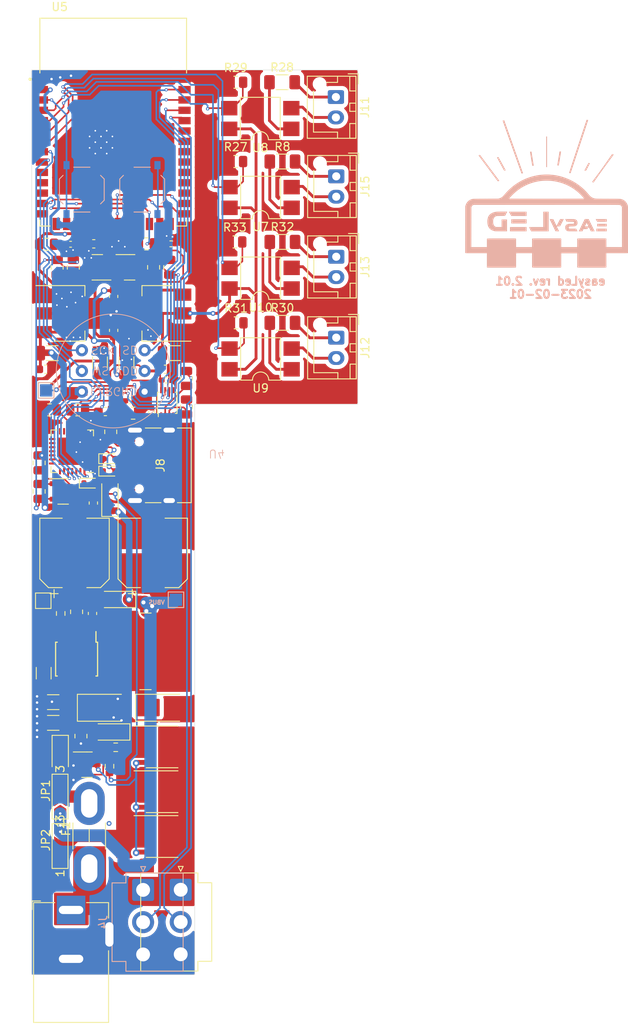
<source format=kicad_pcb>
(kicad_pcb (version 20221018) (generator pcbnew)
  (layers (0 "F.Cu" signal) (31 "B.Cu" signal) (34 "B.Paste" user) (35 "F.Paste" user) (36 "B.SilkS" user "B.Silkscreen") (37 "F.SilkS" user "F.Silkscreen") (38 "B.Mask" user) (39 "F.Mask" user) (44 "Edge.Cuts" user))
  (net 0 "")
  (net 1 "+5V")
  (net 2 "VIN_F+")
  (net 3 "LED_VOUT")
  (net 4 "VIN")
  (net 5 "Net-(D5-A)")
  (net 6 "/VSENSE")
  (net 7 "/BOOT")
  (net 8 "/PH")
  (net 9 "LED_OUT_HS1")
  (net 10 "LED_OUT_LS1")
  (net 11 "LED_OUT_HS2")
  (net 12 "LED_OUT_LS2")
  (net 13 "LED_VOUT_HSWS")
  (net 14 "LED_VOUT_LSWS")
  (net 15 "Net-(Q3-B)")
  (net 16 "SD")
  (net 17 "SCK")
  (net 18 "WS")
  (net 22 "GND")
  (net 23 "CHIP_PU")
  (net 24 "Net-(C18-Pad1)")
  (net 25 "Net-(U6-VBUS)")
  (net 26 "+3V3")
  (net 27 "+3.3V")
  (net 28 "Net-(D3-A)")
  (net 29 "VBUS")
  (net 30 "USB_DN")
  (net 31 "USB_DP")
  (net 32 "Net-(JP1-C)")
  (net 37 "Input_2")
  (net 38 "Input_2_GND")
  (net 39 "Input_3")
  (net 40 "Input_3_GND")
  (net 41 "Input_4")
  (net 42 "Input_4_GND")
  (net 43 "Input_1")
  (net 44 "Input_1_GND")
  (net 45 "Net-(Q6-C)")
  (net 46 "Net-(Q6-B)")
  (net 47 "DTR")
  (net 48 "Net-(Q7-C)")
  (net 49 "Net-(Q7-B)")
  (net 50 "RTS")
  (net 51 "Net-(U1-A2)")
  (net 52 "Net-(R8-Pad1)")
  (net 53 "Net-(U6-~{SUSPEND})")
  (net 54 "Net-(U6-~{RST})")
  (net 55 "U0RXD")
  (net 56 "U0TXD")
  (net 57 "GPIO0")
  (net 58 "Net-(U1-A1)")
  (net 59 "P_Input_1")
  (net 60 "Net-(R28-Pad1)")
  (net 61 "P_Input_2")
  (net 62 "Net-(R30-Pad1)")
  (net 63 "P_Input_3")
  (net 64 "Net-(R32-Pad1)")
  (net 65 "P_Input_4")
  (net 103 "/LED_POWER")
  (net 105 "/PSU_5V")
  (footprint "Package_DIP:SMDIP-4_W7.62mm" (layer "F.Cu") (at 218.0844 59.6392 180)
    (fp_text reference "U7")
    (fp_text value "EL817")
  )
  (footprint "Resistor_SMD:R_1206_3216Metric_Pad1.30x1.75mm_HandSolder" (layer "F.Cu") (at 220.7206 45.5014)
    (fp_text reference "R28")
    (fp_text value "1k/250mW")
  )
  (footprint "Resistor_SMD:R_0805_2012Metric" (layer "F.Cu") (at 202.438 86.106)
    (fp_text reference "R15" hide)
    (fp_text value "22k")
  )
  (footprint "Capacitor_SMD:C_1206_3216Metric" (layer "F.Cu") (at 192.6354 124.1044)
    (fp_text reference "C4" hide)
    (fp_text value "22uF/25V")
  )
  (footprint "Capacitor_SMD:CP_Elec_8x6.7" (layer "F.Cu") (at 195.25 103.25 90)
    (fp_text reference "C2" hide)
    (fp_text value "220 uF 16V")
  )
  (footprint "Diode_SMD:D_SOD-123" (layer "F.Cu") (at 199.5932 96.4184 90)
    (fp_text reference "D9" hide)
    (fp_text value "1N5819HW-7-F")
  )
  (footprint "Package_DIP:SMDIP-4_W7.62mm" (layer "F.Cu") (at 218.0844 69.5452 180)
    (fp_text reference "U10")
    (fp_text value "EL817")
  )
  (footprint "Resistor_SMD:R_0805_2012Metric" (layer "F.Cu") (at 206.9361 68.2092 -90)
    (fp_text reference "R20" hide)
    (fp_text value "10k")
  )
  (footprint "Capacitor_SMD:C_1206_3216Metric" (layer "F.Cu") (at 198.374 79.9084 90)
    (fp_text reference "C26" hide)
    (fp_text value "10uF 50V")
  )
  (footprint "Package_SO:VSSOP-8_2.4x2.1mm_P0.5mm" (layer "F.Cu") (at 206.629 84.836 90)
    (fp_text reference "U1" hide)
    (fp_text value "SN74LVC2T45DCUR")
  )
  (footprint "Capacitor_SMD:C_1206_3216Metric" (layer "F.Cu") (at 201.6252 79.9084 90)
    (fp_text reference "C15" hide)
    (fp_text value "10uF 50V")
  )
  (footprint "Resistor_SMD:R_1206_3216Metric_Pad1.30x1.75mm_HandSolder" (layer "F.Cu") (at 220.7614 65.0952)
    (fp_text reference "R32")
    (fp_text value "1k/250mW")
  )
  (footprint "Resistor_SMD:R_0805_2012Metric" (layer "F.Cu") (at 204.0636 65.3288 180)
    (fp_text reference "R1" hide)
    (fp_text value "10k")
  )
  (footprint "Package_SO:SOIC-8_3.9x4.9mm_P1.27mm" (layer "F.Cu") (at 205.994 138.0508)
    (fp_text reference "Q2" hide)
    (fp_text value "AO4485")
  )
  (footprint "Connector_JST:JST_VH_B3P-VH_1x03_P3.96mm_Vertical" (layer "F.Cu") (at 208.28 144.5792 -90)
    (fp_text reference "J1" hide)
    (fp_text value "LED_Channel_2")
  )
  (footprint "Jumper:SolderJumper-3_P2.0mm_Open_TrianglePad1.0x1.5mm_NumberLabels" (layer "F.Cu") (at 193.4972 133.1504 90)
    (fp_text reference "JP1")
    (fp_text value "SolderJumper_3_Open")
  )
  (footprint "Diode_SMD:D_SOD-523" (layer "F.Cu") (at 199.4916 91.694)
    (fp_text reference "D8" hide)
    (fp_text value "LESD5D5.0CT1G")
  )
  (footprint "Package_DIP:SMDIP-4_W7.62mm" (layer "F.Cu") (at 218.0844 79.4512 180)
    (fp_text reference "U9")
    (fp_text value "EL817")
  )
  (footprint "Capacitor_SMD:C_0603_1608Metric_Pad1.08x0.95mm_HandSolder" (layer "F.Cu") (at 197.612 65.3288 180)
    (fp_text reference "C19" hide)
    (fp_text value "10uF/25V")
  )
  (footprint "Resistor_SMD:R_0805_2012Metric" (layer "F.Cu") (at 190.9064 95.7072 90)
    (fp_text reference "R25" hide)
    (fp_text value "10k")
  )
  (footprint "Resistor_SMD:R_0805_2012Metric" (layer "F.Cu") (at 208.9912 85.344 -90)
    (fp_text reference "R3" hide)
    (fp_text value "100R")
  )
  (footprint "Diode_SMD:D_SMA" (layer "F.Cu") (at 199 122.25)
    (fp_text reference "D4" hide)
    (fp_text value "P6SSMAJ33CA")
  )
  (footprint "Connector_JST:JST_XH_B2B-XH-AM_1x02_P2.50mm_Vertical" (layer "F.Cu") (at 227.3246 47.3194 -90)
    (fp_text reference "J11")
    (fp_text value "Input1")
  )
  (footprint "Package_SO:SOIC-8_3.9x4.9mm_P1.27mm" (layer "F.Cu") (at 205.994 132.5508)
    (fp_text reference "Q4" hide)
    (fp_text value "AO4485")
  )
  (footprint "Connector_BarrelJack:BarrelJack_Horizontal" (layer "F.Cu") (at 194.8257 147.0604 90)
    (fp_text reference "J2" hide)
    (fp_text value "Barrel_Jack")
  )
  (footprint "Resistor_SMD:R_0603_1608Metric" (layer "F.Cu") (at 200.3044 127.1016 180)
    (fp_text reference "R6" hide)
    (fp_text value "4.7k")
  )
  (footprint "Package_TO_SOT_SMD:SOT-223-3_TabPin2" (layer "F.Cu") (at 205.4352 73.8632 180)
    (fp_text reference "U12" hide)
    (fp_text value "AMS1117-3.3")
  )
  (footprint "Package_TO_SOT_SMD:SOT-23" (layer "F.Cu") (at 193.8528 95.7072)
    (fp_text reference "Q8" hide)
    (fp_text value "2N7002")
  )
  (footprint "Resistor_SMD:R_1206_3216Metric_Pad1.30x1.75mm_HandSolder" (layer "F.Cu") (at 220.7614 55.2292)
    (fp_text reference "R8")
    (fp_text value "1k/250mW")
  )
  (footprint "Package_DFN_QFN:QFN-28-1EP_5x5mm_P0.5mm_EP3.35x3.35mm" (layer "F.Cu") (at 194.968 90.7796 180)
    (fp_text reference "U6" hide)
    (fp_text value "CP2102N-Axx-xQFN28")
  )
  (footprint "Connector_USB:USB_C_Receptacle_G-Switch_GT-USB-7010ASV" (layer "F.Cu") (at 205.7908 92.5068 90)
    (fp_text reference "J8")
    (fp_text value "TYPE-C-31-M-12")
  )
  (footprint "Resistor_SMD:R_0805_2012Metric" (layer "F.Cu") (at 192.1764 85.6996 180)
    (fp_text reference "R13" hide)
    (fp_text value "10K (NC)")
  )
  (footprint "Diode_SMD:D_SOD-123F" (layer "F.Cu") (at 193.4972 127.8352 -90)
    (fp_text reference "D3" hide)
    (fp_text value "SM4007")
  )
  (footprint "TestPoint:TestPoint_Pad_1.5x1.5mm" (layer "F.Cu") (at 191.77 83.312)
    (fp_text reference "J9" hide)
    (fp_text value "Conn_01x01")
  )
  (footprint "Resistor_SMD:R_1206_3216Metric_Pad1.30x1.75mm_HandSolder" (layer "F.Cu") (at 220.7614 75.0212)
    (fp_text reference "R30")
    (fp_text value "1k/250mW")
  )
  (footprint "Capacitor_SMD:C_0402_1005Metric_Pad0.74x0.62mm_HandSolder" (layer "F.Cu") (at 207.0608 65.3288 180)
    (fp_text reference "C16" hide)
    (fp_text value "1uF 25V")
  )
  (footprint "TestPoint:TestPoint_Pad_1.5x1.5mm" (layer "F.Cu") (at 191.4144 109.1184)
    (fp_text reference "J7" hide)
    (fp_text value "5V_TP")
  )
  (footprint "Capacitor_SMD:C_0603_1608Metric" (layer "F.Cu") (at 191.7192 80.7212 180)
    (fp_text reference "C25" hide)
    (fp_text value "0.1uF 50V")
  )
  (footprint "Package_DIP:SMDIP-4_W7.62mm" (layer "F.Cu") (at 218.0436 49.9514 180)
    (fp_text reference "U8")
    (fp_text value "EL817")
  )
  (footprint "Diode_SMD:D_SMA" (layer "F.Cu") (at 206.15 122.25)
    (fp_text reference "D2" hide)
    (fp_text value "SS34")
  )
  (footprint "Package_TO_SOT_SMD:SOT-23" (layer "F.Cu") (at 196.7761 129.2352)
    (fp_text reference "Q3" hide)
    (fp_text value "MMBT3904")
  )
  (footprint "LED_Wled:XCVR_ESP32-S3-WROOM-1-N16R2" (layer "F.Cu") (at 199.9996 50.3936)
    (fp_text reference "U5")
    (fp_text value "ESP32-S3-WROOM-1-N16R2")
  )
  (footprint "Resistor_SMD:R_0805_2012Metric" (layer "F.Cu") (at 215.0229 55.2292 180)
    (fp_text reference "R27")
    (fp_text value "10k")
  )
  (footprint "Capacitor_SMD:C_1206_3216Metric" (layer "F.Cu") (at 207.518 78.74)
    (fp_text reference "C27" hide)
    (fp_text value "10uF 50V")
  )
  (footprint "Resistor_SMD:R_0603_1608Metric" (layer "F.Cu") (at 193.555 110.68 90)
    (fp_text reference "R9" hide)
    (fp_text value "2.74k")
  )
  (footprint "Jumper:SolderJumper-3_P2.0mm_Open_TrianglePad1.0x1.5mm_NumberLabels" (layer "F.Cu") (at 193.4972 139.2144 90)
    (fp_text reference "JP2")
    (fp_text value "SolderJumper_3_Open")
  )
  (footprint "Package_TO_SOT_SMD:SOT-223-3_TabPin2" (layer "F.Cu") (at 194.6148 73.8632)
    (fp_text reference "U3" hide)
    (fp_text value "AMS1117-3.3")
  )
  (footprint "Capacitor_SMD:C_0402_1005Metric_Pad0.74x0.62mm_HandSolder" (layer "F.Cu") (at 206.502 82.042 180)
    (fp_text reference "C23" hide)
    (fp_text value "100nF/16V")
  )
  (footprint "Resistor_SMD:R_0805_2012Metric" (layer "F.Cu") (at 191.8227 65.3796)
    (fp_text reference "R12" hide)
    (fp_text value "0R")
  )
  (footprint "Capacitor_SMD:C_1206_3216Metric" (layer "F.Cu") (at 192.532 78.74)
    (fp_text reference "C6" hide)
    (fp_text value "10uF 50V")
  )
  (footprint "Package_SO:TI_SO-PowerPAD-8" (layer "F.Cu") (at 195.505 116.28 -90)
    (fp_text reference "U2" hide)
    (fp_text value "TPS5450DDAR")
  )
  (footprint "Diode_SMD:D_SOD-523" (layer "F.Cu") (at 199.4916 93.218)
    (fp_text reference "D7" hide)
    (fp_text value "LESD5D5.0CT1G")
  )
  (footprint "Capacitor_SMD:C_0402_1005Metric_Pad0.74x0.62mm_HandSolder" (layer "F.Cu") (at 204.724 85.979 90)
    (fp_text reference "C17" hide)
    (fp_text value "100nF/16V")
  )
  (footprint "Resistor_SMD:R_0805_2012Metric" (layer "F.Cu") (at 195.0997 68.2092 90)
    (fp_text reference "R21" hide)
    (fp_text value "0R")
  )
  (footprint "Resistor_SMD:R_0805_2012Metric" (layer "F.Cu") (at 215.0699 75.0212 180)
    (fp_text reference "R31")
    (fp_text value "10k")
  )
  (footprint "Resistor_SMD:R_0805_2012Metric" (layer "F.Cu") (at 190.9064 92.202 90)
    (fp_text reference "R26" hide)
    (fp_text value "10k")
  )
  (footprint "Capacitor_SMD:C_0603_1608Metric" (layer "F.Cu") (at 200.0504 71.7804 90)
    (fp_text reference "C14" hide)
    (fp_text value "0.1uF 50V")
  )
  (footprint "Capacitor_SMD:C_0402_1005Metric_Pad0.74x0.62mm_HandSolder" (layer "F.Cu") (at 194.7672 65.3796)
    (fp_text reference "C18" hide)
    (fp_text value "0.1uF/50V")
  )
  (footprint "Capacitor_SMD:C_0402_1005Metric_Pad0.74x0.62mm_HandSolder" (layer "F.Cu") (at 202.0403 84.582)
    (fp_text reference "C20" hide)
    (fp_text value "1uF/16V")
  )
  (footprint "Capacitor_SMD:C_1206_3216Metric" (layer "F.Cu") (at 191.4652 118.0084 -90)
    (fp_text reference "C5" hide)
    (fp_text value "22uF/25V")
  )
  (footprint "Inductor_SMD:L_Wuerth_WE-PD2-Typ-XL" (layer "F.Cu") (at 203.955 115.33)
    (fp_text reference "L1" hide)
    (fp_text value "10uH/6.5A")
  )
  (footprint "Diode_SMD:D_SOD-523" (layer "F.Cu") (at 197.104 94.6912)
    (fp_text reference "D6" hide)
    (fp_text value "LESD5D5.0CT1G")
  )
  (footprint "Capacitor_SMD:C_0603_1608Metric" (layer "F.Cu") (at 206.4004 80.7212 180)
    (fp_text reference "C28" hide)
    (fp_text value "0.1uF 50V")
  )
  (footprint "Connector_JST:JST_XH_B2B-XH-AM_1x02_P2.50mm_Vertical" (layer "F.Cu") (at 227.3654 57.0472 -90)
    (fp_text reference "J15")
    (fp_text value "Input1")
  )
  (footprint "Resistor_SMD:R_0805_2012Metric" (layer "F.Cu") (at 204.9549 68.2092 -90)
    (fp_text reference "R22" hide)
    (fp_text value "0R")
  )
  (footprint "Connector_JST:JST_XH_B2B-XH-AM_1x02_P2.50mm_Vertical" (layer "F.Cu") (at 227.3654 76.8392 -90)
    (fp_text reference "J12")
    (fp_text value "Input1")
  )
  (footprint "Resistor_SMD:R_0805_2012Metric" (layer "F.Cu") (at 195.6308 85.6996 180)
    (fp_text reference "R14" hide)
    (fp_text value "1K")
  )
  (footprint "Connector_JST:JST_XH_B2B-XH-AM_1x02_P2.50mm_Vertical" (layer "F.Cu") (at 227.3654 66.9132 -90)
    (fp_text reference "J13")
    (fp_text value "Input1")
  )
  (footprint "TestPoint:TestPoint_Pad_1.5x1.5mm" (layer "F.Cu") (at 207.7 109)
    (fp_text reference "J5" hide)
    (fp_text value "Conn_01x01")
  )
  (footprint "Resistor_SMD:R_0805_2012Metric" (layer "F.Cu") (at 196.0372 125.73 -90)
    (fp_text reference "R10" hide)
    (fp_text value "10k")
  )
  (footprint "Capacitor_SMD:C_0603_1608Metric_Pad1.08x0.95mm_HandSolder" (layer "F.Cu") (at 199.0344 85.9028 180)
    (fp_text reference "C21" hide)
    (fp_text value "10uF/25V")
  )
  (footprint "Capacitor_SMD:C_1206_3216Metric" (layer "F.Cu") (at 192.6354 121.5644)
    (fp_text reference "C3" hide)
    (fp_text value "22uF/25V")
  )
  (footprint "Resistor_SMD:R_0603_1608Metric" (layer "F.Cu") (at 199.5424 129.4262 -90)
    (fp_text reference "R7" hide)
    (fp_text value "1k")
  )
  (footprint "Package_SO:SOIC-8_3.9x4.9mm_P1.27mm" (layer "F.Cu") (at 205.994 127.0508)
    (fp_text reference "Q5" hide)
    (fp_text value "AO4485")
  )
  (footprint "Fuse:Fuse_Blade_Mini_directSolder" (layer "F.Cu") (at 197.0532 141.986 90)
    (fp_text reference "F1")
    (fp_text value "7.5A")
  )
  (footprint "Capacitor_SMD:C_0603_1608Metric" (layer "F.Cu") (at 197.455 110.68 90)
    (fp_text reference "C1" hide)
    (fp_text value "10nF 50V")
  )
  (footprint "Diode_SMD:D_SOD-123F" (layer "F.Cu") (at 200.5584 108.966 180)
    (fp_text reference "D11" hide)
    (fp_text value "SM4007")
  )
  (footprint "Capacitor_SMD:C_0603_1608Metric_Pad1.08x0.95mm_HandSolder" (layer "F.Cu") (at 197.5612 97.1307 -90)
    (fp_text reference "C22" hide)
    (fp_text value "10uF/25V")
  )
  (footprint "Resistor_SMD:R_0805_2012Metric" (layer "F.Cu") (at 215.0291 45.5014 180)
    (fp_text reference "R29")
    (fp_text value "10k")
  )
  (footprint "Package_TO_SOT_SMD:SOT-23" (layer "F.Cu") (at 198.0461 68.2092 180)
    (fp_text reference "Q6" hide)
    (fp_text value "S9013 J3")
  )
  (footprint "Diode_SMD:D_SOD-123" (layer "F.Cu") (at 199.7964 125.222 180)
    (fp_text reference "D5" hide)
    (fp_text value "BZT52B15")
  )
  (footprint "Resistor_SMD:R_0805_2012Metric" (layer "F.Cu") (at 214.9194 65.0952 180)
    (fp_text reference "R33")
    (fp_text value "10k")
  )
  (footprint "Package_TO_SOT_SMD:SOT-23" (layer "F.Cu") (at 202.0085 68.2092)
    (fp_text reference "Q7" hide)
    (fp_text value "S9013 J3")
  )
  (footprint "Resistor_SMD:R_0805_2012Metric" (layer "F.Cu") (at 195.505 110.48 90)
    (fp_text reference "R4" hide)
    (fp_text value "10k")
  )
  (footprint "Capacitor_SMD:CP_Elec_8x6.7" (layer "F.Cu") (at 204.85 103.25 90)
    (fp_text reference "C13" hide)
    (fp_text value "220 uF 16V")
  )
  (footprint "Resistor_SMD:R_0805_2012Metric" (layer "F.Cu") (at 208.9912 81.8407 -90)
    (fp_text reference "R24" hide)
    (fp_text value "100R")
  )
  (footprint "Resistor_SMD:R_0805_2012Metric" (layer "F.Cu") (at 199.6948 88.3939 -90)
    (fp_text reference "R16" hide)
    (fp_text value "10K")
  )
  (footprint "Resistor_SMD:R_0805_2012Metric" (layer "F.Cu") (at 193.1185 68.2111 90)
    (fp_text reference "R19" hide)
    (fp_text value "10k")
  )
  (footprint "Capacitor_SMD:C_0603_1608Metric" (layer "F.Cu") (at 200.0504 75.946 -90)
    (fp_text reference "C24" hide)
    (fp_text value "0.1uF 50V")
  )
  (footprint "Connector_JST:JST_VH_B3P-VH_1x03_P3.96mm_Vertical" (layer "B.Cu") (at 203.666 144.5985 -90)
    (fp_text reference "J4")
    (fp_text value "LED_Channel_1")
  )
  (footprint "TestPoint:TestPoint_Pad_1.5x1.5mm" (layer "B.Cu") (at 207.7 109)
    (fp_text reference "J6" hide)
    (fp_text value "Conn_01x01")
  )
  (footprint "LED_Wled:INMP441" (layer "B.Cu") (at 199.9996 80.9244)
    (fp_text reference "U4")
    (fp_text value "INMP441")
  )
  (footprint "TestPoint:TestPoint_Pad_1.5x1.5mm" (layer "B.Cu") (at 191.77 83.312)
    (fp_text reference "J3" hide)
    (fp_text value "Conn_01x01")
  )
  (footprint "LED_Wled:easyled" (layer "B.Cu") (at 253.1872 59.182 180)
    (fp_text reference "G***" hide)
    (fp_text value "LOGO" hide)
  )
  (footprint "Button_Switch_SMD:SW_Push_1P1T_XKB_TS-1187A" (layer "B.Cu") (at 196.1434 58.6768 90)
    (fp_text reference "SW2" hide)
    (fp_text value "TS-1187A-B-A-B")
  )
  (footprint "Button_Switch_SMD:SW_Push_1P1T_XKB_TS-1187A" (layer "B.Cu") (at 203.551 58.6768 -90)
    (fp_text reference "SW1" hide)
    (fp_text value "TS-1187A-B-A-B")
  )
  (gr_line (start 230 44) (end 190 43.9928) (stroke (width 0.05)) (layer "Edge.Cuts"))
  (gr_line (start 230 85) (end 230 44) (stroke (width 0.05)) (layer "Edge.Cuts"))
  (gr_line (start 210 155) (end 210 85) (stroke (width 0.05)) (layer "Edge.Cuts"))
  (gr_line (start 190 44) (end 190 155) (stroke (width 0.05)) (layer "Edge.Cuts"))
  (gr_line (start 210 85) (end 230 85) (stroke (width 0.05)) (layer "Edge.Cuts"))
  (gr_line (start 190 155) (end 210 155) (stroke (width 0.05)) (layer "Edge.Cuts"))
  (gr_text "easyLed rev. 2.01\n2023-02-01" (at 253.6444 70.7136) (layer "B.SilkS") (effects (font (size 1 1) (thickness 0.25)) (justify mirror)))
  (gr_text "VBUS" (at 205.3336 109.3216) (layer "B.SilkS") (effects (font (size 0.5 0.5) (thickness 0.125)) (justify mirror)))
  (segment (start 191.057 78.74) (end 191.057 76.571) (width 0.35) (layer "F.Cu") (net 1))
  (segment (start 193.4972 137.4648) (end 193.4972 137.2144) (width 1.5) (layer "F.Cu") (net 1))
  (segment (start 205.359 86.5465) (end 205.613 86.5465) (width 0.2) (layer "F.Cu") (net 1))
  (segment (start 205.359 82.5246) (end 205.359 86.5465) (width 0.2) (layer "F.Cu") (net 1))
  (segment (start 191.61823 97.690344) (end 192.123656 97.690344) (width 0.8) (layer "F.Cu") (net 1))
  (segment (start 196.61 76.1632) (end 197.6628 77.216) (width 0.35) (layer "F.Cu") (net 1))
  (segment (start 191.057 80.6084) (end 190.9442 80.7212) (width 0.35) (layer "F.Cu") (net 1))
  (segment (start 191.4648 76.1632) (end 196.61 76.1632) (width 0.35) (layer "F.Cu") (net 1))
  (segment (start 205.7185 86.5465) (end 205.879 86.386) (width 0.2) (layer "F.Cu") (net 1))
  (segment (start 204.9272 82.0928) (end 205.359 82.5246) (width 0.2) (layer "F.Cu") (net 1))
  (segment (start 201.6252 81.3834) (end 202.3346 82.0928) (width 0.2) (layer "F.Cu") (net 1))
  (segment (start 193.4972 135.2296) (end 193.4972 135.9916) (width 1.5) (layer "F.Cu") (net 1))
  (segment (start 192.214 97.6) (end 197.168 97.6) (width 0.8) (layer "F.Cu") (net 1))
  (segment (start 201.6234 81.3816) (end 201.6252 81.3834) (width 0.35) (layer "F.Cu") (net 1))
  (segment (start 203.708 109.3216) (end 203.7796 109.25) (width 1.5) (layer "F.Cu") (net 1))
  (segment (start 192.4304 78.6892) (end 191.1078 78.6892) (width 0.8) (layer "F.Cu") (net 1))
  (segment (start 193.4972 135.9916) (end 193.4972 136.7028) (width 1.5) (layer "F.Cu") (net 1))
  (segment (start 199.518 97.9932) (end 199.5932 98.0684) (width 0.8) (layer "F.Cu") (net 1))
  (segment (start 201.93 108.966) (end 201.93 108.9376) (width 1.5) (layer "F.Cu") (net 1))
  (segment (start 205.613 86.5465) (end 205.7185 86.5465) (width 0.2) (layer "F.Cu") (net 1))
  (segment (start 200.0504 71.0054) (end 208.0638 71.0054) (width 0.35) (layer "F.Cu") (net 1))
  (segment (start 201.9584 108.966) (end 201.93 108.966) (width 1.5) (layer "F.Cu") (net 1))
  (segment (start 204.724 86.5465) (end 205.613 86.5465) (width 0.2) (layer "F.Cu") (net 1))
  (segment (start 193.4972 135.1504) (end 193.4972 135.2296) (width 1.5) (layer "F.Cu") (net 1))
  (segment (start 208.0638 71.0054) (end 208.5852 71.5268) (width 0.35) (layer "F.Cu") (net 1))
  (segment (start 204.0636 110.3884) (end 204.6224 109.982) (width 1.5) (layer "F.Cu") (net 1))
  (segment (start 204.6224 109.982) (end 204.31 109.6696) (width 1.5) (layer "F.Cu") (net 1))
  (segment (start 191.057 76.571) (end 191.4648 76.1632) (width 0.35) (layer "F.Cu") (net 1))
  (segment (start 201.93 108.9376) (end 202.2424 109.25) (width 1.5) (layer "F.Cu") (net 1))
  (segment (start 203.8904 109.25) (end 204.0128 109.3724) (width 1.5) (layer "F.Cu") (net 1))
  (segment (start 198.882 71.0692) (end 199.9866 71.0692) (width 0.35) (layer "F.Cu") (net 1))
  (segment (start 200.4568 81.3816) (end 201.6234 81.3816) (width 0.35) (layer "F.Cu") (net 1))
  (segment (start 204.0128 109.982) (end 204.0636 110.3884) (width 1.5) (layer "F.Cu") (net 1))
  (segment (start 203.3316 109.25) (end 203.5556 109.474) (width 1.5) (layer "F.Cu") (net 1))
  (segment (start 191.1078 78.6892) (end 191.057 78.74) (width 0.8) (layer "F.Cu") (net 1))
  (segment (start 199.9866 71.0692) (end 200.0504 71.0054) (width 0.35) (layer "F.Cu") (net 1))
  (segment (start 192.123656 97.690344) (end 192.214 97.6) (width 0.8) (layer "F.Cu") (net 1))
  (segment (start 201.9584 108.966) (end 201.9584 108.966) (width 1.5) (layer "F.Cu") (net 1))
  (segment (start 200.4812 98.0684) (end 200.66 98.2472) (width 0.8) (layer "F.Cu") (net 1))
  (segment (start 208.5852 71.5268) (end 208.5852 71.5632) (width 0.35) (layer "F.Cu") (net 1))
  (segment (start 202.3346 82.0928) (end 204.9272 82.0928) (width 0.2) (layer "F.Cu") (net 1))
  (segment (start 191.057 78.74) (end 191.057 80.6084) (width 0.35) (layer "F.Cu") (net 1))
  (segment (start 197.168 97.6) (end 197.5612 97.9932) (width 0.8) (layer "F.Cu") (net 1))
  (segment (start 203.5556 109.474) (end 203.708 109.3216) (width 1.5) (layer "F.Cu") (net 1))
  (segment (start 199.5932 98.0684) (end 200.4812 98.0684) (width 0.8) (layer "F.Cu") (net 1))
  (segment (start 202.2424 109.25) (end 203.3316 109.25) (width 1.5) (layer "F.Cu") (net 1))
  (segment (start 197.5612 97.9932) (end 199.518 97.9932) (width 0.8) (layer "F.Cu") (net 1))
  (via (at 192.4304 78.6892) (size 0.8) (drill 0.5) (layers "F.Cu" "B.Cu") (net 1))
  (via (at 191.61823 97.690344) (size 0.8) (drill 0.5) (layers "F.Cu" "B.Cu") (net 1))
  (via (at 193.4972 135.9916) (size 0.6) (drill 0.3) (layers "F.Cu" "B.Cu") (net 1))
  (via (at 203.708 109.3216) (size 0.8) (drill 0.5) (layers "F.Cu" "B.Cu") (net 1))
  (via (at 200.66 98.2472) (size 0.8) (drill 0.5) (layers "F.Cu" "B.Cu") (net 1))
  (via (at 204.7748 109.7788) (size 0.8) (drill 0.5) (layers "F.Cu" "B.Cu") (net 1))
  (via (at 198.882 71.0692) (size 0.8) (drill 0.5) (layers "F.Cu" "B.Cu") (net 1))
  (via (at 193.4972 136.7028) (size 0.6) (drill 0.3) (layers "F.Cu" "B.Cu") (net 1))
  (via (at 201.93 108.966) (size 0.8) (drill 0.5) (layers "F.Cu" "B.Cu") (net 1))
  (via (at 200.4568 81.3816) (size 0.6) (drill 0.3) (layers "F.Cu" "B.Cu") (net 1))
  (via (at 193.4972 137.4648) (size 0.6) (drill 0.3) (layers "F.Cu" "B.Cu") (net 1))
  (via (at 204.0636 110.3884) (size 0.8) (drill 0.5) (layers "F.Cu" "B.Cu") (net 1))
  (via (at 191.2508 91.2895) (size 0.6) (drill 0.3) (layers "F.Cu" "B.Cu") (net 1))
  (via (at 197.6628 77.216) (size 0.8) (drill 0.5) (layers "F.Cu" "B.Cu") (net 1))
  (via (at 193.4972 135.2296) (size 0.6) (drill 0.3) (layers "F.Cu" "B.Cu") (net 1))
  (segment (start 204.5716 109.8804) (end 204.5716 109.8804) (width 1.5) (layer "B.Cu") (net 1))
  (segment (start 204.5716 109.5756) (end 204.5716 109.3724) (width 1.5) (layer "B.Cu") (net 1))
  (segment (start 199.39 77.216) (end 199.7964 77.6224) (width 0.35) (layer "B.Cu") (net 1))
  (segment (start 207.3276 109.3724) (end 207.7 109) (width 1.5) (layer "B.Cu") (net 1))
  (segment (start 193.9544 137.922) (end 198.7804 137.922) (width 1.5) (layer "B.Cu") (net 1))
  (segment (start 200.2028 78.0288) (end 200.2028 80.4672) (width 0.35) (layer "B.Cu") (net 1))
  (segment (start 197.6628 77.216) (end 197.6628 72.2884) (width 0.35) (layer "B.Cu") (net 1))
  (segment (start 191.6176 86.0552) (end 193.919502 83.753298) (width 0.8) (layer "B.Cu") (net 1))
  (segment (start 193.9036 82.841449) (end 193.9036 80.1624) (width 0.8) (layer "B.Cu") (net 1))
  (segment (start 193.4972 135.2296) (end 193.4972 137.4648) (width 1.5) (layer "B.Cu") (net 1))
  (segment (start 204.5716 109.3724) (end 207.3276 109.3724) (width 1.5) (layer "B.Cu") (net 1))
  (segment (start 193.919502 83.753298) (end 193.919502 82.857351) (width 0.8) (layer "B.Cu") (net 1))
  (segment (start 193.919502 82.857351) (end 193.9036 82.841449) (width 0.8) (layer "B.Cu") (net 1))
  (segment (start 204.5716 109.982) (end 204.7748 109.7788) (width 1.5) (layer "B.Cu") (net 1))
  (segment (start 191.6176 97.689714) (end 191.6176 91.6563) (width 0.8) (layer "B.Cu") (net 1))
  (segment (start 191.6176 91.6563) (end 191.6176 86.0552) (width 0.8) (layer "B.Cu") (net 1))
  (segment (start 201.9584 99.5456) (end 201.9584 108.966) (width 0.8) (layer "B.Cu") (net 1))
  (segment (start 201.2696 140.4112) (end 201.2696 141.2748) (width 1.5) (layer "B.Cu") (net 1))
  (segment (start 201.2696 141.2748) (end 201.6252 141.6304) (width 1.5) (layer "B.Cu") (net 1))
  (segment (start 191.6176 91.6563) (end 191.2508 91.2895) (width 0.8) (layer "B.Cu") (net 1))
  (segment (start 197.6628 77.216) (end 199.39 77.216) (width 0.35) (layer "B.Cu") (net 1))
  (segment (start 191.61823 97.690344) (end 191.6176 97.689714) (width 0.8) (layer "B.Cu") (net 1))
  (segment (start 199.7964 77.6224) (end 200.2028 78.0288) (width 0.35) (layer "B.Cu") (net 1))
  (segment (start 204.5716 109.3724) (end 204.0636 109.3724) (width 1.5) (layer "B.Cu") (net 1))
  (segment (start 204.7748 109.7788) (end 204.5716 109.5756) (width 1.5) (layer "B.Cu") (net 1))
  (segment (start 193.9036 80.1624) (end 192.4304 78.6892) (width 0.8) (layer "B.Cu") (net 1))
  (segment (start 197.6628 72.2884) (end 198.882 71.0692) (width 0.35) (layer "B.Cu") (net 1))
  (segment (start 200.66 98.2472) (end 201.9584 99.5456) (width 0.8) (layer "B.Cu") (net 1))
  (segment (start 198.7804 137.922) (end 201.2696 140.4112) (width 1.5) (layer "B.Cu") (net 1))
  (segment (start 200.2028 80.4672) (end 200.2028 81.1276) (width 0.35) (layer "B.Cu") (net 1))
  (segment (start 200.2028 81.1276) (end 200.4568 81.3816) (width 0.35) (layer "B.Cu") (net 1))
  (segment (start 204.5716 140.9192) (end 204.5716 109.982) (width 1.5) (layer "B.Cu") (net 1))
  (segment (start 193.4972 137.4648) (end 193.9544 137.922) (width 1.5) (layer "B.Cu") (net 1))
  (segment (start 203.8604 141.6304) (end 204.5716 140.9192) (width 1.5) (layer "B.Cu") (net 1))
  (segment (start 201.6252 141.6304) (end 203.8604 141.6304) (width 1.5) (layer "B.Cu") (net 1))
  (segment (start 192.284 126.4352) (end 193.4972 126.4352) (width 1.5) (layer "F.Cu") (net 2))
  (segment (start 191.4652 141.478) (end 191.3636 141.3764) (width 1.5) (layer "F.Cu") (net 2))
  (segment (start 193.2336 141.478) (end 191.4652 141.478) (width 1.5) (layer "F.Cu") (net 2))
  (segment (start 193.4972 141.2144) (end 193.2336 141.478) (width 1.5) (layer "F.Cu") (net 2))
  (segment (start 191.3636 127.3556) (end 192.284 126.4352) (width 1.5) (layer "F.Cu") (net 2))
  (segment (start 191.3636 141.3764) (end 191.3636 127.3556) (width 1.5) (layer "F.Cu") (net 2))
  (segment (start 199.136 125.222) (end 199.4408 125.5268) (width 0.2) (layer "F.Cu") (net 5))
  (segment (start 198.1464 125.222) (end 199.136 125.222) (width 0.2) (layer "F.Cu") (net 5))
  (segment (start 199.4408 125.5268) (end 199.4408 127.063) (width 0.2) (layer "F.Cu") (net 5))
  (segment (start 197.7136 127.6096) (end 198.1708 127.1524) (width 0.2) (layer "F.Cu") (net 5))
  (segment (start 198.1708 127.1524) (end 199.4286 127.1524) (width 0.2) (layer "F.Cu") (net 5))
  (segment (start 197.7136 129.2352) (end 197.7136 127.6096) (width 0.2) (layer "F.Cu") (net 5))
  (segment (start 197.7136 129.3905) (end 197.7136 129.2352) (width 0.2) (layer "F.Cu") (net 5))
  (segment (start 199.4408 127.063) (end 199.4794 127.1016) (width 0.2) (layer "F.Cu") (net 5))
  (segment (start 198.1679 129.8448) (end 197.7136 129.3905) (width 0.2) (layer "F.Cu") (net 5))
  (segment (start 199.4286 127.1524) (end 199.4794 127.1016) (width 0.2) (layer "F.Cu") (net 5))
  (via (at 202.811 140.0502) (size 0.8) (drill 0.4) (layers "F.Cu" "B.Cu") (net 5))
  (via (at 202.811 134.4502) (size 0.8) (drill 0.4) (layers "F.Cu" "B.Cu") (net 5))
  (via (at 198.1679 129.8448) (size 0.6) (drill 0.3) (layers "F.Cu" "B.Cu") (net 5))
  (via (at 202.811 129.0502) (size 0.8) (drill 0.4) (layers "F.Cu" "B.Cu") (net 5))
  (segment (start 202.811 130.8608) (end 202.811 129.0502) (width 0.25) (layer "B.Cu") (net 5))
  (segment (start 198.1679 129.8448) (end 199.1456 130.8225) (width 0.2) (layer "B.Cu") (net 5))
  (segment (start 202.811 134.4502) (end 202.811 140.0502) (width 0.25) (layer "B.Cu") (net 5))
  (segment (start 199.497071 131.7148) (end 201.957 131.7148) (width 0.2) (layer "B.Cu") (net 5))
  (segment (start 199.1456 131.363329) (end 199.497071 131.7148) (width 0.2) (layer "B.Cu") (net 5))
  (segment (start 202.811 132.5366) (end 202.811 130.8608) (width 0.25) (layer "B.Cu") (net 5))
  (segment (start 199.1456 130.8225) (end 199.1456 131.363329) (width 0.2) (layer "B.Cu") (net 5))
  (segment (start 202.811 129.0502) (end 202.811 134.4502) (width 0.25) (layer "B.Cu") (net 5))
  (segment (start 201.957 131.7148) (end 202.811 130.8608) (width 0.2) (layer "B.Cu") (net 5))
  (segment (start 193.555 111.505) (end 195.3925 111.505) (width 0.25) (layer "F.Cu") (net 6))
  (segment (start 195.3925 111.505) (end 195.505 111.3925) (width 0.25) (layer "F.Cu") (net 6))
  (segment (start 193.6 111.55) (end 193.555 111.505) (width 0.25) (layer "F.Cu") (net 6))
  (segment (start 193.6 113.5) (end 193.6 111.55) (width 0.25) (layer "F.Cu") (net 6))
  (segment (start 196.655 111.907817) (end 197.41 112.662817) (width 0.25) (layer "F.Cu") (net 7))
  (segment (start 197.41 112.662817) (end 197.41 113.5) (width 0.25) (layer "F.Cu") (net 7))
  (segment (start 197.03 109.905) (end 196.655 110.28) (width 0.25) (layer "F.Cu") (net 7))
  (segment (start 196.655 110.28) (end 196.655 111.907817) (width 0.25) (layer "F.Cu") (net 7))
  (segment (start 208.9912 80.9282) (end 208.9912 81.2292) (width 0.2) (layer "F.Cu") (net 9))
  (segment (start 208.9912 81.2292) (end 209.55 81.788) (width 0.2) (layer "F.Cu") (net 9))
  (via (at 209.55 81.788) (size 0.4) (drill 0.2) (layers "F.Cu" "B.Cu") (net 9))
  (segment (start 209.55 84.535293) (end 209.042 85.043293) (width 0.2) (layer "B.Cu") (net 9))
  (segment (start 205.74 142.690314) (end 205.74 146.812) (width 0.2) (layer "B.Cu") (net 9))
  (segment (start 203.9935 148.5585) (end 203.666 148.5585) (width 0.2) (layer "B.Cu") (net 9))
  (segment (start 209.55 81.788) (end 209.55 84.535293) (width 0.2) (layer "B.Cu") (net 9))
  (segment (start 205.74 146.812) (end 203.9935 148.5585) (width 0.2) (layer "B.Cu") (net 9))
  (segment (start 209.042 85.043293) (end 209.042 139.388314) (width 0.2) (layer "B.Cu") (net 9))
  (segment (start 209.042 139.388314) (end 205.74 142.690314) (width 0.2) (layer "B.Cu") (net 9))
  (segment (start 206.5296 46.4036) (end 208.7496 46.4036) (width 0.2) (layer "F.Cu") (net 10))
  (segment (start 206.379 83.815993) (end 206.0448 84.150193) (width 0.2) (layer "F.Cu") (net 10))
  (segment (start 206.379 83.286) (end 206.379 83.815993) (width 0.2) (layer "F.Cu") (net 10))
  (segment (start 206.502 46.4312) (end 206.5296 46.4036) (width 0.2) (layer "F.Cu") (net 10))
  (segment (start 206.0448 84.150193) (end 206.0448 84.1756) (width 0.2) (layer "F.Cu") (net 10))
  (via (at 206.502 46.4312) (size 0.4) (drill 0.2) (layers "F.Cu" "B.Cu") (net 10))
  (via (at 206.0448 84.1756) (size 0.4) (drill 0.2) (layers "F.Cu" "B.Cu") (net 10))
  (segment (start 206.4512 46.482) (end 206.502 46.4312) (width 0.2) (layer "B.Cu") (net 10))
  (segment (start 207.0752 68.766007) (end 208.175607 67.6656) (width 0.2) (layer "B.Cu") (net 10))
  (segment (start 205.5368 46.482) (end 206.4512 46.482) (width 0.2) (layer "B.Cu") (net 10))
  (segment (start 205.2892 50.0444) (end 205.2892 46.7296) (width 0.2) (layer "B.Cu") (net 10))
  (segment (start 208.2736 53.0288) (end 205.2892 50.0444) (width 0.2) (layer "B.Cu") (net 10))
  (segment (start 206.0448 81.9912) (end 207.0752 80.9608) (width 0.2) (layer "B.Cu") (net 10))
  (segment (start 208.1784 67.6656) (end 208.2736 67.5704) (width 0.2) (layer "B.Cu") (net 10))
  (segment (start 206.0448 84.1756) (end 206.0448 81.9912) (width 0.2) (layer "B.Cu") (net 10))
  (segment (start 208.175607 67.6656) (end 208.1784 67.6656) (width 0.2) (layer "B.Cu") (net 10))
  (segment (start 205.2892 46.7296) (end 205.5368 46.482) (width 0.2) (layer "B.Cu") (net 10))
  (segment (start 208.2736 67.5704) (end 208.2736 53.0288) (width 0.2) (layer "B.Cu") (net 10))
  (segment (start 207.0752 80.9608) (end 207.0752 68.766007) (width 0.2) (layer "B.Cu") (net 10))
  (segment (start 208.9912 84.6836) (end 209.55 85.2424) (width 0.2) (layer "F.Cu") (net 11))
  (segment (start 208.9912 84.4315) (end 208.9912 84.6836) (width 0.2) (layer "F.Cu") (net 11))
  (via (at 209.55 85.2424) (size 0.4) (drill 0.2) (layers "F.Cu" "B.Cu") (net 11))
  (segment (start 209.55 85.2424) (end 209.55 139.446) (width 0.2) (layer "B.Cu") (net 11))
  (segment (start 209.55 139.446) (end 206.248 142.748) (width 0.2) (layer "B.Cu") (net 11))
  (segment (start 208.0006 148.5392) (end 208.28 148.5392) (width 0.2) (layer "B.Cu") (net 11))
  (segment (start 206.248 142.748) (end 206.248 146.7866) (width 0.2) (layer "B.Cu") (net 11))
  (segment (start 206.248 146.7866) (end 208.0006 148.5392) (width 0.2) (layer "B.Cu") (net 11))
  (segment (start 206.502 47.6504) (end 206.5252 47.6736) (width 0.2) (layer "F.Cu") (net 12))
  (segment (start 206.5252 47.6736) (end 208.7496 47.6736) (width 0.2) (layer "F.Cu") (net 12))
  (segment (start 206.7052 84.1969) (end 206.879 84.0231) (width 0.2) (layer "F.Cu") (net 12))
  (segment (start 206.879 84.0231) (end 206.879 83.286) (width 0.2) (layer "F.Cu") (net 12))
  (via (at 206.7052 84.1969) (size 0.4) (drill 0.2) (layers "F.Cu" "B.Cu") (net 12))
  (via (at 206.502 47.6504) (size 0.4) (drill 0.2) (layers "F.Cu" "B.Cu") (net 12))
  (segment (start 205.6892 49.8348) (end 205.6892 47.9552) (width 0.2) (layer "B.Cu") (net 12))
  (segment (start 208.341293 68.0656) (end 208.344086 68.0656) (width 0.2) (layer "B.Cu") (net 12))
  (segment (start 208.7372 52.8828) (end 205.6892 49.8348) (width 0.2) (layer "B.Cu") (net 12))
  (segment (start 208.344086 68.0656) (end 208.7372 67.672486) (width 0.2) (layer "B.Cu") (net 12))
  (segment (start 206.7052 84.1969) (end 206.7052 82.0928) (width 0.2) (layer "B.Cu") (net 12))
  (segment (start 207.4752 68.931693) (end 208.341293 68.0656) (width 0.2) (layer "B.Cu") (net 12))
  (segment (start 205.994 47.6504) (end 206.502 47.6504) (width 0.2) (layer "B.Cu") (net 12))
  (segment (start 207.4752 81.3228) (end 207.4752 68.931693) (width 0.2) (layer "B.Cu") (net 12))
  (segment (start 206.7052 82.0928) (end 207.4752 81.3228) (width 0.2) (layer "B.Cu") (net 12))
  (segment (start 208.7372 67.672486) (end 208.7372 52.8828) (width 0.2) (layer "B.Cu") (net 12))
  (segment (start 205.6892 47.9552) (end 205.994 47.6504) (width 0.2) (layer "B.Cu") (net 12))
  (segment (start 193.7004 94.1832) (end 194.0052 94.1832) (width 0.2) (layer "F.Cu") (net 13))
  (segment (start 194.7903 95.7072) (end 194.8411 95.758) (width 0.2) (layer "F.Cu") (net 13))
  (segment (start 194.0052 94.1832) (end 194.7903 94.9683) (width 0.2) (layer "F.Cu") (net 13))
  (segment (start 191.9491 94.1572) (end 193.6744 94.1572) (width 0.2) (layer "F.Cu") (net 13))
  (segment (start 194.8411 95.758) (end 196.0372 95.758) (width 0.2) (layer "F.Cu") (net 13))
  (segment (start 190.9064 93.1145) (end 191.9491 94.1572) (width 0.2) (layer "F.Cu") (net 13))
  (segment (start 196.3928 95.4024) (end 198.882 95.4024) (width 0.2) (layer "F.Cu") (net 13))
  (segment (start 193.6744 94.1572) (end 193.7004 94.1832) (width 0.2) (layer "F.Cu") (net 13))
  (segment (start 198.882 95.4024) (end 199.4916 96.012) (width 0.2) (layer "F.Cu") (net 13))
  (segment (start 194.7903 94.9683) (end 194.7903 95.7072) (width 0.2) (layer "F.Cu") (net 13))
  (segment (start 199.4916 96.012) (end 200.2536 96.012) (width 0.2) (layer "F.Cu") (net 13))
  (segment (start 196.0372 95.758) (end 196.3928 95.4024) (width 0.2) (layer "F.Cu") (net 13))
  (segment (start 199.5424 130.2512) (end 199.5424 130.9116) (width 0.2) (layer "F.Cu") (net 13))
  (segment (start 199.5424 130.9116) (end 199.7456 131.1148) (width 0.2) (layer "F.Cu") (net 13))
  (via (at 200.2536 96.012) (size 0.6) (drill 0.3) (layers "F.Cu" "B.Cu") (net 13))
  (via (at 199.7456 131.1148) (size 0.6) (drill 0.3) (layers "F.Cu" "B.Cu") (net 13))
  (segment (start 202.0824 128.778) (end 202.0824 130.6576) (width 0.2) (layer "B.Cu") (net 13))
  (segment (start 202.8952 127.9652) (end 202.0824 128.778) (width 0.2) (layer "B.Cu") (net 13))
  (segment (start 202.0824 130.6576) (end 201.6252 131.1148) (width 0.2) (layer "B.Cu") (net 13))
  (segment (start 201.6252 131.1148) (end 199.7456 131.1148) (width 0.2) (layer "B.Cu") (net 13))
  (segment (start 202.8952 99.1616) (end 202.8952 127.9652) (width 0.2) (layer "B.Cu") (net 13))
  (segment (start 200.2536 96.012) (end 200.2536 96.52) (width 0.2) (layer "B.Cu") (net 13))
  (segment (start 200.2536 96.52) (end 202.8952 99.1616) (width 0.2) (layer "B.Cu") (net 13))
  (segment (start 192.024 55.0672) (end 191.476 55.0672) (width 0.2) (layer "F.Cu") (net 14))
  (segment (start 190.9064 96.6197) (end 192.8778 96.6197) (width 0.2) (layer "F.Cu") (net 14))
  (segment (start 191.476 55.0672) (end 191.2496 55.2936) (width 0.2) (layer "F.Cu") (net 14))
  (segment (start 192.8778 96.6197) (end 192.9153 96.6572) (width 0.2) (layer "F.Cu") (net 14))
  (segment (start 190.9064 97.3836) (end 190.5508 97.7392) (width 0.2) (layer "F.Cu") (net 14))
  (segment (start 190.9064 96.6197) (end 190.9064 97.3836) (width 0.2) (layer "F.Cu") (net 14))
  (via (at 192.024 55.0672) (size 0.4) (drill 0.2) (layers "F.Cu" "B.Cu") (net 14))
  (via (at 190.5508 97.7392) (size 0.6) (drill 0.3) (layers "F.Cu" "B.Cu") (net 14))
  (segment (start 191.6176 55.0672) (end 190.5508 56.134) (width 0.2) (layer "B.Cu") (net 14))
  (segment (start 192.024 55.0672) (end 191.6176 55.0672) (width 0.2) (layer "B.Cu") (net 14))
  (segment (start 190.5508 56.134) (end 190.5508 97.7392) (width 0.2) (layer "B.Cu") (net 14))
  (segment (start 198.7674 129.3762) (end 199.5424 128.6012) (width 0.2) (layer "F.Cu") (net 15))
  (segment (start 195.8386 128.811304) (end 197.481696 130.4544) (width 0.2) (layer "F.Cu") (net 15))
  (segment (start 197.0372 127.132817) (end 197.0372 125.4092) (width 0.2) (layer "F.Cu") (net 15))
  (segment (start 196.4455 124.8175) (end 196.0372 124.8175) (width 0.2) (layer "F.Cu") (net 15))
  (segment (start 197.481696 130.4544) (end 198.6528 130.4544) (width 0.2) (layer "F.Cu") (net 15))
  (segment (start 198.7674 130.3398) (end 198.7674 129.3762) (width 0.2) (layer "F.Cu") (net 15))
  (segment (start 197.0372 125.4092) (end 196.4455 124.8175) (width 0.2) (layer "F.Cu") (net 15))
  (segment (start 195.884817 128.2852) (end 197.0372 127.132817) (width 0.2) (layer "F.Cu") (net 15))
  (segment (start 195.8386 128.2852) (end 195.884817 128.2852) (width 0.2) (layer "F.Cu") (net 15))
  (segment (start 198.6528 130.4544) (end 198.7674 130.3398) (width 0.2) (layer "F.Cu") (net 15))
  (segment (start 195.8386 128.2852) (end 195.8386 128.811304) (width 0.2) (layer "F.Cu") (net 15))
  (segment (start 200.5076 62.7666) (end 200.6346 62.8936) (width 0.2) (layer "F.Cu") (net 16))
  (segment (start 200.5076 61.6204) (end 200.5076 62.7666) (width 0.2) (layer "F.Cu") (net 16))
  (segment (start 207.01 59.3344) (end 200.5076 59.3344) (width 0.2) (layer "F.Cu") (net 16))
  (segment (start 207.2132 59.5376) (end 207.01 59.3344) (width 0.2) (layer "F.Cu") (net 16))
  (via (at 200.5076 61.6204) (size 0.4) (drill 0.2) (layers "F.Cu" "B.Cu") (net 16))
  (via (at 207.2132 59.5376) (size 0.4) (drill 0.2) (layers "F.Cu" "B.Cu") (net 16))
  (via (at 200.5076 59.3344) (size 0.4) (drill 0.2) (layers "F.Cu" "B.Cu") (net 16))
  (segment (start 203.8496 78.3844) (end 204.7748 78.3844) (width 0.2) (layer "B.Cu") (net 16))
  (segment (start 206.6544 76.5048) (end 206.6544 68.621121) (width 0.2) (layer "B.Cu") (net 16))
  (segment (start 206.6544 68.621121) (end 207.8736 67.401921) (width 0.2) (layer "B.Cu") (net 16))
  (segment (start 200.5076 59.3344) (end 200.5076 61.6204) (width 0.2) (layer "B.Cu") (net 16))
  (segment (start 207.8736 67.401921) (end 207.8736 60.198) (width 0.2) (layer "B.Cu") (net 16))
  (segment (start 207.8736 60.198) (end 207.2132 59.5376) (width 0.2) (layer "B.Cu") (net 16))
  (segment (start 204.7748 78.3844) (end 206.6544 76.5048) (width 0.2) (layer "B.Cu") (net 16))
  (segment (start 192.3711 60.96) (end 201.3204 60.96) (width 0.2) (layer "F.Cu") (net 17))
  (segment (start 201.7776 61.4172) (end 201.7776 63.246) (width 0.2) (layer "F.Cu") (net 17))
  (segment (start 201.3204 60.96) (end 201.7776 61.4172) (width 0.2) (layer "F.Cu") (net 17))
  (via (at 192.3711 60.96) (size 0.4) (drill 0.2) (layers "F.Cu" "B.Cu") (net 17))
  (segment (start 191.4716 60.387914) (end 192.220314 59.6392) (width 0.2) (layer "B.Cu") (net 17))
  (segment (start 191.875043 68.481843) (end 192.5176 67.839285) (width 0.2) (layer "B.Cu") (net 17))
  (segment (start 192.220314 59.6392) (end 192.278 59.6392) (width 0.2) (layer "B.Cu") (net 17))
  (segment (start 192.8288 60.041693) (end 192.8288 60.5023) (width 0.2) (layer "B.Cu") (net 17))
  (segment (start 192.5176 67.839285) (end 192.5176 66.7876) (width 0.2) (layer "B.Cu") (net 17))
  (segment (start 192.278 59.6392) (end 192.426307 59.6392) (width 0.2) (layer "B.Cu") (net 17))
  (segment (start 192.5176 66.7876) (end 191.4716 65.7416) (width 0.2) (layer "B.Cu") (net 17))
  (segment (start 191.875043 75.891757) (end 191.875043 68.481843) (width 0.2) (layer "B.Cu") (net 17))
  (segment (start 192.8288 60.5023) (end 192.3711 60.96) (width 0.2) (layer "B.Cu") (net 17))
  (segment (start 191.4716 65.7416) (end 191.4716 60.387914) (width 0.2) (layer "B.Cu") (net 17))
  (segment (start 192.426307 59.6392) (end 192.8288 60.041693) (width 0.2) (layer "B.Cu") (net 17))
  (segment (start 194.367686 78.3844) (end 191.875043 75.891757) (width 0.2) (layer "B.Cu") (net 17))
  (segment (start 196.1496 78.3844) (end 194.367686 78.3844) (width 0.2) (layer "B.Cu") (net 17))
  (segment (start 192.278 54.0236) (end 191.2496 54.0236) (width 0.2) (layer "F.Cu") (net 18))
  (via (at 192.278 54.0236) (size 0.4) (drill 0.2) (layers "F.Cu" "B.Cu") (net 18))
  (segment (start 191.0588 65.9384) (end 192.1176 66.9972) (width 0.2) (layer "B.Cu") (net 18))
  (segment (start 192.524 54.2696) (end 192.524 55.274307) (width 0.2) (layer "B.Cu") (net 18))
  (segment (start 191.4652 76.0476) (end 196.1496 80.732) (width 0.2) (layer "B.Cu") (net 18))
  (segment (start 192.1176 67.6736) (end 191.4652 68.326) (width 0.2) (layer "B.Cu") (net 18))
  (segment (start 192.1176 66.9972) (end 192.1176 67.6736) (width 0.2) (layer "B.Cu") (net 18))
  (segment (start 192.278 54.0236) (end 192.524 54.2696) (width 0.2) (layer "B.Cu") (net 18))
  (segment (start 191.0588 56.739507) (end 191.0588 65.9384) (width 0.2) (layer "B.Cu") (net 18))
  (segment (start 196.1496 80.732) (end 196.1496 80.9244) (width 0.2) (layer "B.Cu") (net 18))
  (segment (start 191.4652 68.326) (end 191.4652 76.0476) (width 0.2) (layer "B.Cu") (net 18))
  (segment (start 192.524 55.274307) (end 191.0588 56.739507) (width 0.2) (layer "B.Cu") (net 18))
  (segment (start 200.05 122.25) (end 201 122.25) (width 0.25) (layer "F.Cu") (net 22))
  (segment (start 202.0658 89.3068) (end 202.0658 88.7868) (width 0.2) (layer "F.Cu") (net 22))
  (segment (start 202.0658 95.7068) (end 202.0658 96.2268) (width 0.2) (layer "F.Cu") (net 22))
  (segment (start 202.55 123.8) (end 207.25 123.8) (width 0.25) (layer "F.Cu") (net 22))
  (segment (start 202.0658 96.2268) (end 202.6658 96.8268) (width 0.2) (layer "F.Cu") (net 22))
  (segment (start 208.15 122.9) (end 208.15 122.25) (width 0.25) (layer "F.Cu") (net 22))
  (segment (start 202.0658 88.7868) (end 202.6658 88.1868) (width 0.2) (layer "F.Cu") (net 22))
  (segment (start 207.25 123.8) (end 208.15 122.9) (width 0.25) (layer "F.Cu") (net 22))
  (segment (start 201 122.25) (end 202.55 123.8) (width 0.25) (layer "F.Cu") (net 22))
  (via (at 197.2564 93.218) (size 0.4) (drill 0.2) (layers "F.Cu" "B.Cu") (net 22))
  (via (at 192.4812 121.5136) (size 0.6) (drill 0.3) (layers "F.Cu" "B.Cu") (net 22))
  (via (at 195.9356 89.662) (size 0.4) (drill 0.2) (layers "F.Cu" "B.Cu") (net 22))
  (via (at 201.0156 123.7996) (size 0.6) (drill 0.3) (layers "F.Cu" "B.Cu") (net 22))
  (via (at 195.1228 76.8096) (size 0.4) (drill 0.2) (layers "F.Cu" "B.Cu") (net 22))
  (via (at 195.3768 72.5424) (size 0.4) (drill 0.2) (layers "F.Cu" "B.Cu") (net 22))
  (via (at 194.7164 77.2668) (size 0.4) (drill 0.2) (layers "F.Cu" "B.Cu") (net 22))
  (via (at 190.6524 125.0188) (size 0.6) (drill 0.3) (layers "F.Cu" "B.Cu") (net 22))
  (via (at 190.6524 120.8532) (size 0.6) (drill 0.3) (layers "F.Cu" "B.Cu") (net 22))
  (via (at 204.6224 76.6572) (size 0.4) (drill 0.2) (layers "F.Cu" "B.Cu") (net 22))
  (via (at 200.66 64.9732) (size 0.4) (drill 0.2) (layers "F.Cu" "B.Cu") (net 22))
  (via (at 201.1172 79.6036) (size 0.4) (drill 0.2) (layers "F.Cu" "B.Cu") (net 22))
  (via (at 190.6524 124.1552) (size 0.6) (drill 0.3) (layers "F.Cu" "B.Cu") (net 22))
  (via (at 201.422 65.6844) (size 0.4) (drill 0.2) (layers "F.Cu" "B.Cu") (net 22))
  (via (at 200.0504 123.444) (size 0.6) (drill 0.3) (layers "F.Cu" "B.Cu") (net 22))
  (via (at 195.072 66.0908) (size 0.4) (drill 0.2) (layers "F.Cu" "B.Cu") (net 22))
  (via (at 194.31 73.0504) (size 0.4) (drill 0.2) (layers "F.Cu" "B.Cu") (net 22))
  (via (at 193.7004 72.0344) (size 0.4) (drill 0.2) (layers "F.Cu" "B.Cu") (net 22))
  (via (at 190.6524 125.8316) (size 0.6) (drill 0.3) (layers "F.Cu" "B.Cu") (net 22))
  (via (at 196.1896 71.7804) (size 0.4) (drill 0.2) (layers "F.Cu" "B.Cu") (net 22))
  (via (at 199.6948 74.0664) (size 0.6) (drill 0.3) (layers "F.Cu" "B.Cu") (net 22))
  (via (at 197.2564 87.0204) (size 0.4) (drill 0.2) (layers "F.Cu" "B.Cu") (net 22))
  (via (at 197.612 78.8416) (size 0.4) (drill 0.2) (layers "F.Cu" "B.Cu") (net 22))
  (via (at 193.4972 44.9072) (size 0.6) (drill 0.3) (layers "F.Cu" "B.Cu") (net 22))
  (via (at 196.4944 67.056) (size 0.4) (drill 0.2) (layers "F.Cu" "B.Cu") (net 22))
  (via (at 197.2056 88.2904) (size 0.4) (drill 0.2) (layers "F.Cu" "B.Cu") (net 22))
  (via (at 206.5528 64.3636) (size 0.4) (drill 0.2) (layers "F.Cu" "B.Cu") (net 22))
  (via (at 194.818 71.2724) (size 0.4) (drill 0.2) (layers "F.Cu" "B.Cu") (net 22))
  (via (at 199.8472 65.6844) (size 0.4) (drill 0.2) (layers "F.Cu" "B.Cu") (net 22))
  (via (at 194.2592 76.8096) (size 0.4) (drill 0.2) (layers "F.Cu" "B.Cu") (net 22))
  (via (at 196.0372 126.6425) (size 0.6) (drill 0.3) (layers "F.Cu" "B.Cu") (net 22))
  (via (at 195.1228 129.3368) (size 0.6) (drill 0.3) (layers "F.Cu" "B.Cu") (net 22))
  (via (at 195.4784 90.8812) (size 0.4) (drill 0.2) (layers "F.Cu" "B.Cu") (net 22))
  (via (at 194.818 44.704) (size 0.6) (drill 0.3) (layers "F.Cu" "B.Cu") (net 22))
  (via (at 197.0024 66.1924) (size 0.4) (drill 0.2) (layers "F.Cu" "B.Cu") (net 22))
  (via (at 193.0908 72.8472) (size 0.4) (drill 0.2) (layers "F.Cu" "B.Cu") (net 22))
  (via (at 194.2592 66.2432) (size 0.4) (drill 0.2) (layers "F.Cu" "B.Cu") (net 22))
  (via (at 190.6524 121.6152) (size 0.6) (drill 0.3) (layers "F.Cu" "B.Cu") (net 22))
  (via (at 195.9356 76.8096) (size 0.4) (drill 0.2) (layers "F.Cu" "B.Cu") (net 22))
  (via (at 204.2668 75.8952) (size 0.4) (drill 0.2) (layers "F.Cu" "B.Cu") (net 22))
  (via (at 207.264 64.4652) (size 0.4) (drill 0.2) (layers "F.Cu" "B.Cu") (net 22))
  (via (at 197.7644 93.5228) (size 0.4) (drill 0.2) (layers "F.Cu" "B.Cu") (net 22))
  (via (at 200.5584 121.158) (size 0.6) (drill 0.3) (layers "F.Cu" "B.Cu") (net 22))
  (via (at 196.2404 92.1004) (size 0.4) (drill 0.2) (layers "F.Cu" "B.Cu") (net 22))
  (via (at 198.4248 89.3572) (size 0.4) (drill 0.2) (layers "F.Cu" "B.Cu") (net 22))
  (via (at 197.3072 67.056) (size 0.4) (drill 0.2) (layers "F.Cu" "B.Cu") (net 22))
  (via (at 192.4304 45.1104) (size 0.6) (drill 0.3) (layers "F.Cu" "B.Cu") (net 22))
  (via (at 190.6524 122.428) (size 0.6) (drill 0.3) (layers "F.Cu" "B.Cu") (net 22))
  (via (at 202.2348 79.502) (size 0.4) (drill 0.2) (layers "F.Cu" "B.Cu") (net 22))
  (via (at 201.93 76.962) (size 0.4) (drill 0.2) (layers "F.Cu" "B.Cu") (net 22))
  (via (at 195.1228 131.1148) (size 0.6) (drill 0.3) (layers "F.Cu" "B.Cu") (net 22))
  (via (at 199.4916 136.4488) (size 0.6) (drill 0.3) (layers "F.Cu" "B.Cu") (net 22))
  (via (at 190.6524 123.2916) (size 0.6) (drill 0.3) (layers "F.Cu" "B.Cu") (net 22))
  (via (at 200.406 73.6092) (size 0.6) (drill 0.3) (layers "F.Cu" "B.Cu") (net 22))
  (via (at 193.04 71.4756) (size 0.4) (drill 0.2) (layers "F.Cu" "B.Cu") (net 22))
  (via (at 198.882 78.1304) (size 0.4) (drill 0.2) (layers "F.Cu" "B.Cu") (net 22))
  (via (at 198.4756 78.7908) (size 0.4) (drill 0.2) (layers "F.Cu" "B.Cu") (net 22))
  (via (at 199.0852 78.74) (size 0.4) (drill 0.2) (layers "F.Cu" "B.Cu") (net 22))
  (segment (start 204.1652 65.3288) (end 204.9761 65.3288) (width 0.2) (layer "F.Cu") (net 23))
  (segment (start 203.3524 60.4012) (end 204.4192 61.468) (width 0.2) (layer "F.Cu") (net 23))
  (segment (start 207.8736 66.1416) (end 206.9084 66.1416) (width 0.2) (layer "F.Cu") (net 23))
  (segment (start 208.5848 69.4944) (end 208.5848 66.8528) (width 0.2) (layer "F.Cu") (net 23))
  (segment (start 206.0956 65.3288) (end 204.9761 65.3288) (width 0.2) (layer "F.Cu") (net 23))
  (segment (start 192.4304 47.6736) (end 191.2496 47.6736) (width 0.2) (layer "F.Cu") (net 23))
  (segment (start 208.5848 66.8528) (end 207.8736 66.1416) (width 0.2) (layer "F.Cu") (net 23))
  (segment (start 204.9549 69.1217) (end 205.8356 70.0024) (width 0.2) (layer "F.Cu") (net 23))
  (segment (start 195.4784 60.4012) (end 203.3524 60.4012) (width 0.2) (layer "F.Cu") (net 23))
  (segment (start 208.0768 70.0024) (end 208.5848 69.4944) (width 0.2) (layer "F.Cu") (net 23))
  (segment (start 204.9761 65.3288) (end 206.4933 65.3288) (width 0.2) (layer "F.Cu") (net 23))
  (segment (start 206.9084 66.1416) (end 206.0956 65.3288) (width 0.2) (layer "F.Cu") (net 23))
  (segment (start 205.8356 70.0024) (end 208.0768 70.0024) (width 0.2) (layer "F.Cu") (net 23))
  (via (at 195.4784 60.4012) (size 0.4) (drill 0.2) (layers "F.Cu" "B.Cu") (net 23))
  (via (at 204.1652 65.3288) (size 0.4) (drill 0.2) (layers "F.Cu" "B.Cu") (net 23))
  (via (at 192.4304 47.6736) (size 0.4) (drill 0.2) (layers "F.Cu" "B.Cu") (net 23))
  (via (at 204.4192 61.468) (size 0.4) (drill 0.2) (layers "F.Cu" "B.Cu") (net 23))
  (segment (start 192.4304 47.6736) (end 194.2684 49.5116) (width 0.2) (layer "B.Cu") (net 23))
  (segment (start 194.37 60.4012) (end 194.2684 60.5028) (width 0.2) (layer "B.Cu") (net 23))
  (segment (start 204.4192 61.468) (end 204.4192 65.0748) (width 0.2) (layer "B.Cu") (net 23))
  (segment (start 194.2684 60.5028) (end 194.2684 55.976) (width 0.2) (layer "B.Cu") (net 23))
  (segment (start 204.4192 65.0748) (end 204.1652 65.3288) (width 0.2) (layer "B.Cu") (net 23))
  (segment (start 194.2684 49.5116) (end 194.2684 55.6768) (width 0.2) (layer "B.Cu") (net 23))
  (segment (start 194.2684 61.976) (end 194.2684 60.5028) (width 0.2) (layer "B.Cu") (net 23))
  (segment (start 195.4784 60.4012) (end 194.37 60.4012) (width 0.2) (layer "B.Cu") (net 23))
  (segment (start 195.0255 64.5538) (end 197.6995 64.5538) (width 0.2) (layer "F.Cu") (net 24))
  (segment (start 192.7352 65.3796) (end 194.1997 65.3796) (width 0.2) (layer "F.Cu") (net 24))
  (segment (start 194.1997 65.3796) (end 195.0255 64.5538) (width 0.2) (layer "F.Cu") (net 24))
  (segment (start 197.6995 64.5538) (end 198.4745 65.3288) (width 0.2) (layer "F.Cu") (net 24))
  (segment (start 196.468 87.4004) (end 196.468 88.3296) (width 0.2) (layer "F.Cu") (net 25))
  (segment (start 201.5255 86.106) (end 201.5255 84.6347) (width 0.2) (layer "F.Cu") (net 25))
  (segment (start 199.6948 87.4814) (end 201.215 87.4814) (width 0.2) (layer "F.Cu") (net 25))
  (segment (start 196.170583 84.582) (end 195.6308 85.121783) (width 0.2) (layer "F.Cu") (net 25))
  (segment (start 195.6308 86.5632) (end 196.468 87.4004) (width 0.2) (layer "F.Cu") (net 25))
  (segment (start 201.5255 84.6347) (end 201.4728 84.582) (width 0.2) (layer "F.Cu") (net 25))
  (segment (start 195.6308 85.121783) (end 195.6308 86.5632) (width 0.2) (layer "F.Cu") (net 25))
  (segment (start 201.5255 87.1709) (end 201.5255 86.106) (width 0.2) (layer "F.Cu") (net 25))
  (segment (start 201.4728 84.582) (end 196.170583 84.582) (width 0.2) (layer "F.Cu") (net 25))
  (segment (start 201.215 87.4814) (end 201.5255 87.1709) (width 0.2) (layer "F.Cu") (net 25))
  (segment (start 196.5433 85.6996) (end 197.9687 85.6996) (width 0.2) (layer "F.Cu") (net 26))
  (segment (start 200.0504 79.707) (end 200.0504 76.721) (width 0.35) (layer "F.Cu") (net 26))
  (segment (start 198.2724 76.708) (end 200.0374 76.708) (width 0.35) (layer "F.Cu") (net 26))
  (segment (start 191.4648 73.8632) (end 197.7648 73.8632) (width 0.35) (layer "F.Cu") (net 26))
  (segment (start 197.206 70.4092) (end 197.7648 70.968) (width 0.35) (layer "F.Cu") (net 26))
  (segment (start 190.9102 68.511683) (end 192.807717 70.4092) (width 0.35) (layer "F.Cu") (net 26))
  (segment (start 190.9102 65.3796) (end 190.9102 64.7662) (width 0.35) (layer "F.Cu") (net 26))
  (segment (start 197.7648 73.8632) (end 197.7648 76.2004) (width 0.35) (layer "F.Cu") (net 26))
  (segment (start 198.1719 85.9028) (end 198.1719 85.8001) (width 0.2) (layer "F.Cu") (net 26))
  (segment (start 197.418 89.7796) (end 197.418 89.2796) (width 0.2) (layer "F.Cu") (net 26))
  (segment (start 195.3242 79.707) (end 191.77 83.2612) (width 0.35) (layer "F.Cu") (net 26))
  (segment (start 192.807717 70.4092) (end 197.206 70.4092) (width 0.35) (layer "F.Cu") (net 26))
  (segment (start 197.7648 76.2004) (end 198.2724 76.708) (width 0.35) (layer "F.Cu") (net 26))
  (segment (start 197.9687 85.6996) (end 198.1719 85.9028) (width 0.2) (layer "F.Cu") (net 26))
  (segment (start 198.0692 87.7824) (end 198.0692 87.2236) (width 0.2) (layer "F.Cu") (net 26))
  (segment (start 190.9102 65.3796) (end 190.9102 68.511683) (width 0.35) (layer "F.Cu") (net 26))
  (segment (start 192.2504 46.4036) (end 191.2496 46.4036) (width 0.35) (layer "F.Cu") (net 26))
  (segment (start 200.0504 79.707) (end 197.612 79.707) (width 0.35) (layer "F.Cu") (net 26))
  (segment (start 191.5976 64.0788) (end 201.9011 64.0788) (width 0.35) (layer "F.Cu") (net 26))
  (segment (start 198.0692 88.6284) (end 198.0692 87.2236) (width 0.2) (layer "F.Cu") (net 26))
  (segment (start 198.374 81.3834) (end 200.0504 79.707) (width 0.35) (layer "F.Cu") (net 26))
  (segment (start 198.1719 85.8001) (end 198.628 85.344) (width 0.2) (layer "F.Cu") (net 26))
  (segment (start 201.9011 64.0788) (end 203.1511 65.3288) (width 0.35) (layer "F.Cu") (net 26))
  (segment (start 192.278 46.4312) (end 192.2504 46.4036) (width 0.35) (layer "F.Cu") (net 26))
  (segment (start 190.9102 64.7662) (end 191.5976 64.0788) (width 0.35) (layer "F.Cu") (net 26))
  (segment (start 197.418 89.2796) (end 198.0692 88.6284) (width 0.2) (layer "F.Cu") (net 26))
  (segment (start 197.612 79.707) (end 195.3242 79.707) (width 0.35) (layer "F.Cu") (net 26))
  (segment (start 197.7648 70.968) (end 197.7648 73.8632) (width 0.35) (layer "F.Cu") (net 26))
  (segment (start 200.0374 76.708) (end 200.0504 76.721) (width 0.35) (layer "F.Cu") (net 26))
  (segment (start 198.0692 86.0055) (end 198.1719 85.9028) (width 0.2) (layer "F.Cu") (net 26))
  (segment (start 191.77 83.2612) (end 191.77 83.312) (width 0.35) (layer "F.Cu") (net 26))
  (segment (start 198.0692 87.2236) (end 198.0692 86.0055) (width 0.2) (layer "F.Cu") (net 26))
  (via (at 192.278 46.4312) (size 0.6) (drill 0.3) (layers "F.Cu" "B.Cu") (net 26))
  (via (at 194.056 64.143102) (size 0.6) (drill 0.3) (layers "F.Cu" "B.Cu") (net 26))
  (via (at 197.612 79.707) (size 0.4) (drill 0.2) (layers "F.Cu" "B.Cu") (net 26))
  (via (at 198.628 85.344) (size 0.4) (drill 0.2) (layers "F.Cu" "B.Cu") (net 26))
  (segment (start 191.6176 48.8188) (end 192.999 50.2002) (width 0.35) (layer "B.Cu") (net 26))
  (segment (start 197.5612 81.6356) (end 197.5612 79.7578) (width 0.2) (layer "B.Cu") (net 26))
  (segment (start 192.3466 63.721) (end 192.768702 64.143102) (width 0.35) (layer "B.Cu") (net 26))
  (segment (start 192.999 59.3442) (end 193.3038 59.649) (width 0.35) (layer "B.Cu") (net 26))
  (segment (start 191.6176 47.0916) (end 191.6176 48.8188) (width 0.35) (layer "B.Cu") (net 26))
  (segment (start 192.768702 64.143102) (end 194.056 64.143102) (width 0.35) (layer "B.Cu") (net 26))
  (segment (start 192.3466 61.9582) (end 192.3466 63.721) (width 0.35) (layer "B.Cu") (net 26))
  (segment (start 193.3038 59.649) (end 193.3038 61.001) (width 0.35) (layer "B.Cu") (net 26))
  (segment (start 197.5612 79.7578) (end 197.612 79.707) (width 0.2) (layer "B.Cu") (net 26))
  (segment (start 192.278 46.4312) (end 191.6176 47.0916) (width 0.35) (layer "B.Cu") (net 26))
  (segment (start 198.834844 85.137156) (end 198.834844 82.909244) (width 0.2) (layer "B.Cu") (net 26))
  (segment (start 192.999 50.2002) (end 192.999 59.3442) (width 0.35) (layer "B.Cu") (net 26))
  (segment (start 198.628 85.344) (end 198.834844 85.137156) (width 0.2) (layer "B.Cu") (net 26))
  (segment (start 193.3038 61.001) (end 192.3466 61.9582) (width 0.35) (layer "B.Cu") (net 26))
  (segment (start 198.834844 82.909244) (end 197.5612 81.6356) (width 0.2) (layer "B.Cu") (net 26))
  (segment (start 193.019502 83.230144) (end 193.953646 82.296) (width 0.2) (layer "F.Cu") (net 27))
  (segment (start 199.644 82.042) (end 199.644 80.9752) (width 0.2) (layer "F.Cu") (net 27))
  (segment (start 217.5256 51.8668) (end 216.8652 51.2064) (width 0.35) (layer "F.Cu") (net 27))
  (segment (start 205.8098 82.042) (end 205.759 82.0928) (width 0.2) (layer "F.Cu") (net 27))
  (segment (start 217.5256 71.6788) (end 217.5256 61.5188) (width 0.35) (layer "F.Cu") (net 27))
  (segment (start 199.644 80.9752) (end 200.406 80.2132) (width 0.2) (layer "F.Cu") (net 27))
  (segment (start 205.759 82.0928) (end 205.759 79.024) (width 0.2) (layer "F.Cu") (net 27))
  (segment (start 206.0448 73.8632) (end 208.5852 73.8632) (width 0.35) (layer "F.Cu") (net 27))
  (segment (start 205.879 82.0975) (end 205.9345 82.042) (width 0.2) (layer "F.Cu") (net 27))
  (segment (start 216.2048 80.7212) (end 214.2744 80.7212) (width 0.35) (layer "F.Cu") (net 27))
  (segment (start 216.916 60.9092) (end 214.2744 60.9092) (width 0.35) (layer "F.Cu") (net 27))
  (segment (start 206.043 73.865) (end 206.0448 73.8632) (width 0.35) (layer "F.Cu") (net 27))
  (segment (start 203.1384 80.2132) (end 203.8496 80.9244) (width 0.2) (layer "F.Cu") (net 27))
  (segment (start 205.759 80.6006) (end 205.759 79.024) (width 0.35) (layer "F.Cu") (net 27))
  (segment (start 212.8012 73.8632) (end 214.2744 72.39) (width 0.35) (layer "F.Cu") (net 27))
  (segment (start 217.5256 61.5188) (end 217.5256 51.8668) (width 0.35) (layer "F.Cu") (net 27))
  (segment (start 205.4352 80.9244) (end 205.759 80.6006) (width 0.35) (layer "F.Cu") (net 27))
  (segment (start 216.662 70.8152) (end 217.5256 71.6788) (width 0.35) (layer "F.Cu") (net 27))
  (segment (start 193.953646 82.296) (end 199.39 82.296) (width 0.2) (layer "F.Cu") (net 27))
  (segment (start 217.5256 71.6788) (end 217.5256 79.4004) (width 0.35) (layer "F.Cu") (net 27))
  (segment (start 199.39 82.296) (end 199.644 82.042) (width 0.2) (layer "F.Cu") (net 27))
  (segment (start 208.5852 73.8632) (end 209.3976 73.8632) (width 0.35) (layer "F.Cu") (net 27))
  (segment (start 200.406 80.2132) (end 203.1384 80.2132) (width 0.2) (layer "F.Cu") (net 27))
  (segment (start 216.8502 51.2214) (end 214.2336 51.2214) (width 0.35) (layer "F.Cu") (net 27))
  (segment (start 203.8496 80.9244) (end 205.4352 80.9244) (width 0.35) (layer "F.Cu") (net 27))
  (segment (start 205.759 79.024) (end 206.043 78.74) (width 0.2) (layer "F.Cu") (net 27))
  (segment (start 205.879 83.286) (end 205.879 82.0975) (width 0.2) (layer "F.Cu") (net 27))
  (segment (start 214.2744 70.8152) (end 216.662 70.8152) (width 0.35) (layer "F.Cu") (net 27))
  (segment (start 212.2424 73.8632) (end 212.8012 73.8632) (width 0.35) (layer "F.Cu") (net 27))
  (segment (start 202.2852 73.8632) (end 206.0448 73.8632) (width 0.35) (layer "F.Cu") (net 27))
  (segment (start 206.043 78.74) (end 206.043 73.865) (width 0.35) (layer "F.Cu") (net 27))
  (segment (start 216.8652 51.2064) (end 216.8502 51.2214) (width 0.35) (layer "F.Cu") (net 27))
  (segment (start 217.5256 79.4004) (end 216.2048 80.7212) (width 0.35) (layer "F.Cu") (net 27))
  (segment (start 214.2744 72.39) (end 214.2744 70.8152) (width 0.35) (layer "F.Cu") (net 27))
  (segment (start 192.8778 94.7947) (end 192.9153 94.7572) (width 0.2) (layer "F.Cu") (net 27))
  (segment (start 190.9064 94.7947) (end 192.8778 94.7947) (width 0.2) (layer "F.Cu") (net 27))
  (segment (start 205.9345 82.042) (end 205.8098 82.042) (width 0.2) (layer "F.Cu") (net 27))
  (segment (start 217.5256 61.5188) (end 216.916 60.9092) (width 0.35) (layer "F.Cu") (net 27))
  (via (at 209.4484 73.8632) (size 0.6) (drill 0.3) (layers "F.Cu" "B.Cu") (net 27))
  (via (at 193.019502 83.230144) (size 0.6) (drill 0.3) (layers "F.Cu" "B.Cu") (net 27))
  (via (at 212.2424 73.8632) (size 0.6) (drill 0.3) (layers "F.Cu" "B.Cu") (net 27))
  (segment (start 193.019502 83.230144) (end 192.937646 83.312) (width 0.2) (layer "B.Cu") (net 27))
  (segment (start 209.4484 73.8632) (end 212.2424 73.8632) (width 0.35) (layer "B.Cu") (net 27))
  (segment (start 192.937646 83.312) (end 191.77 83.312) (width 0.2) (layer "B.Cu") (net 27))
  (segment (start 209.3976 73.8632) (end 209.4484 73.8632) (width 0.35) (layer "B.Cu") (net 27))
  (segment (start 193.4972 131.1504) (end 193.4972 129.2352) (width 1.5) (layer "F.Cu") (net 28))
  (segment (start 202.9858 90.3068) (end 202.2658 90.3068) (width 0.2) (layer "F.Cu") (net 29))
  (segment (start 201.028 94.9068) (end 200.8896 94.7684) (width 0.2) (layer "F.Cu") (net 29))
  (segment (start 202.2658 90.3068) (end 202.0658 90.1068) (width 0.2) (layer "F.Cu") (net 29))
  (segment (start 202.0658 94.9068) (end 202.2658 94.7068) (width 0.2) (layer "F.Cu") (net 29))
  (segment (start 202.9858 94.7068) (end 203.5556 94.137) (width 0.2) (layer "F.Cu") (net 29))
  (segment (start 200.4952 90.1068) (end 202.0658 90.1068) (width 0.2) (layer "F.Cu") (net 29))
  (segment (start 197.7532 94.6912) (end 199.4652 94.6912) (width 0.2) (layer "F.Cu") (net 29))
  (segment (start 202.0658 94.9068) (end 201.028 94.9068) (width 0.2) (layer "F.Cu") (net 29))
  (segment (start 200.8896 94.7684) (end 199.5424 94.7684) (width 0.2) (layer "F.Cu") (net 29))
  (segment (start 199.4652 94.6912) (end 199.5424 94.7684) (width 0.2) (layer "F.Cu") (net 29))
  (segment (start 199.6948 89.3064) (end 200.4952 90.1068) (width 0.2) (layer "F.Cu") (net 29))
  (segment (start 203.5556 90.8766) (end 202.9858 90.3068) (width 0.2) (layer "F.Cu") (net 29))
  (segment (start 202.2658 94.7068) (end 202.9858 94.7068) (width 0.2) (layer "F.Cu") (net 29))
  (segment (start 203.5556 94.137) (end 203.5556 90.8766) (width 0.2) (layer "F.Cu") (net 29))
  (segment (start 199.7536 90.2796) (end 197.418 90.2796) (width 0.2) (layer "F.Cu") (net 30))
  (segment (start 201.102 92.2568) (end 202.0658 92.2568) (width 0.2) (layer "F.Cu") (net 30))
  (segment (start 200.1408 93.218) (end 201.102 92.2568) (width 0.2) (layer "F.Cu") (net 30))
  (segment (start 200.9648 93.0148) (end 200.9648 92.4052) (width 0.2) (layer "F.Cu") (net 30))
  (segment (start 200.1012 90.6272) (end 199.7536 90.2796) (width 0.2) (layer "F.Cu") (net 30))
  (segment (start 201.2068 93.2568) (end 200.9648 93.0148) (width 0.2) (layer "F.Cu") (net 30))
  (segment (start 199.494812 92.677695) (end 199.600495 92.677695) (width 0.2) (layer "F.Cu") (net 30))
  (segment (start 202.0658 93.2568) (end 201.2068 93.2568) (width 0.2) (layer "F.Cu") (net 30))
  (segment (start 200.9648 92.4052) (end 201.1132 92.2568) (width 0.2) (layer "F.Cu") (net 30))
  (segment (start 201.1132 92.2568) (end 202.0658 92.2568) (width 0.2) (layer "F.Cu") (net 30))
  (segment (start 199.600495 92.677695) (end 200.1408 93.218) (width 0.2) (layer "F.Cu") (net 30))
  (via (at 199.494812 92.677695) (size 0.6) (drill 0.3) (layers "F.Cu" "B.Cu") (net 30))
  (via (at 200.1012 90.6272) (size 0.6) (drill 0.3) (layers "F.Cu" "B.Cu") (net 30))
  (segment (start 199.2884 91.44) (end 199.2884 92.471283) (width 0.2) (layer "B.Cu") (net 30))
  (segment (start 200.1012 90.6272) (end 199.2884 91.44) (width 0.2) (layer "B.Cu") (net 30))
  (segment (start 199.2884 92.471283) (end 199.494812 92.677695) (width 0.2) (layer "B.Cu") (net 30))
  (segment (start 202.0658 91.7568) (end 201.1958 91.7568) (width 0.2) (layer "F.Cu") (net 31))
  (segment (start 203.1492 92.075) (end 202.831 91.7568) (width 0.2) (layer "F.Cu") (net 31))
  (segment (start 202.8484 92.7568) (end 203.1492 92.456) (width 0.2) (layer "F.Cu") (net 31))
  (segment (start 200.1916 91.694) (end 199.2772 90.7796) (width 0.2) (layer "F.Cu") (net 31))
  (segment (start 202.831 91.7568) (end 202.0658 91.7568) (width 0.2) (layer "F.Cu") (net 31))
  (segment (start 203.1492 92.456) (end 203.1492 92.075) (width 0.2) (layer "F.Cu") (net 31))
  (segment (start 202.0658 92.7568) (end 202.8484 92.7568) (width 0.2) (layer "F.Cu") (net 31))
  (segment (start 201.1958 91.7568) (end 201.133 91.694) (width 0.2) (layer "F.Cu") (net 31))
  (segment (start 201.133 91.694) (end 200.1916 91.694) (width 0.2) (layer "F.Cu") (net 31))
  (segment (start 199.2772 90.7796) (end 197.418 90.7796) (width 0.2) (layer "F.Cu") (net 31))
  (segment (start 196.2176 133.1504) (end 197.0532 133.986) (width 1.5) (layer "F.Cu") (net 32))
  (segment (start 193.4972 133.1504) (end 196.2176 133.1504) (width 1.5) (layer "F.Cu") (net 32))
  (segment (start 222.2706 45.5014) (end 224.0886 47.3194) (width 0.35) (layer "F.Cu") (net 37))
  (segment (start 224.0886 47.3194) (end 227.3246 47.3194) (width 0.35) (layer "F.Cu") (net 37))
  (segment (start 223.2256 48.5544) (end 224.4906 49.8194) (width 0.35) (layer "F.Cu") (net 38))
  (segment (start 221.9806 48.5544) (end 223.2256 48.5544) (width 0.35) (layer "F.Cu") (net 38))
  (segment (start 224.4906 49.8194) (end 227.3246 49.8194) (width 0.35) (layer "F.Cu") (net 38))
  (segment (start 224.1296 76.8604) (end 227.3656 76.8604) (width 0.35) (layer "F.Cu") (net 39))
  (segment (start 222.3116 75.0424) (end 224.1296 76.8604) (width 0.35) (layer "F.Cu") (net 39))
  (segment (start 224.5316 79.3604) (end 227.3656 79.3604) (width 0.35) (layer "F.Cu") (net 40))
  (segment (start 222.0216 78.0954) (end 223.2666 78.0954) (width 0.35) (layer "F.Cu") (net 40))
  (segment (start 223.2666 78.0954) (end 224.5316 79.3604) (width 0.35) (layer "F.Cu") (net 40))
  (segment (start 224.1296 66.9036) (end 227.3656 66.9036) (width 0.35) (layer "F.Cu") (net 41))
  (segment (start 222.3116 65.0856) (end 224.1296 66.9036) (width 0.35) (layer "F.Cu") (net 41))
  (segment (start 224.5316 69.4036) (end 227.3656 69.4036) (width 0.35) (layer "F.Cu") (net 42))
  (segment (start 223.2666 68.1386) (end 224.5316 69.4036) (width 0.35) (layer "F.Cu") (net 42))
  (segment (start 222.0216 68.1386) (end 223.2666 68.1386) (width 0.35) (layer "F.Cu") (net 42))
  (segment (start 224.1296 57.0484) (end 227.3656 57.0484) (width 0.35) (layer "F.Cu") (net 43))
  (segment (start 222.3116 55.2304) (end 224.1296 57.0484) (width 0.35) (layer "F.Cu") (net 43))
  (segment (start 222.0216 58.2834) (end 223.2666 58.2834) (width 0.35) (layer "F.Cu") (net 44))
  (segment (start 224.5316 59.5484) (end 227.3656 59.5484) (width 0.35) (layer "F.Cu") (net 44))
  (segment (start 223.2666 58.2834) (end 224.5316 59.5484) (width 0.35) (layer "F.Cu") (net 44))
  (segment (start 198.9461 69.1217) (end 198.9836 69.1592) (width 0.2) (layer "F.Cu") (net 45))
  (segment (start 195.0997 69.1217) (end 198.9461 69.1217) (width 0.2) (layer "F.Cu") (net 45))
  (segment (start 199.7586 66.4842) (end 206.1236 66.4842) (width 0.2) (layer "F.Cu") (net 46))
  (segment (start 206.1236 66.4842) (end 206.9361 67.2967) (width 0.2) (layer "F.Cu") (net 46))
  (segment (start 198.9836 67.2592) (end 199.7586 66.4842) (width 0.2) (layer "F.Cu") (net 46))
  (segment (start 191.6176 67.31) (end 193.1071 67.31) (width 0.2) (layer "F.Cu") (net 47))
  (segment (start 193.1071 67.31) (end 193.1185 67.2986) (width 0.2) (layer "F.Cu") (net 47))
  (segment (start 196.468 93.5472) (end 196.7992 93.8784) (width 0.2) (layer "F.Cu") (net 47))
  (segment (start 196.468 93.2296) (end 196.468 93.5472) (width 0.2) (layer "F.Cu") (net 47))
  (segment (start 193.1185 67.2986) (end 194.0291 68.2092) (width 0.2) (layer "F.Cu") (net 47))
  (segment (start 194.0291 68.2092) (end 197.1086 68.2092) (width 0.2) (layer "F.Cu") (net 47))
  (via (at 191.6176 67.31) (size 0.4) (drill 0.2) (layers "F.Cu" "B.Cu") (net 47))
  (via (at 196.7992 93.8784) (size 0.4) (drill 0.2) (layers "F.Cu" "B.Cu") (net 47))
  (segment (start 197.26541 82.0144) (end 195.0444 82.0144) (width 0.2) (layer "B.Cu") (net 47))
  (segment (start 194.6656 79.93445) (end 190.9508 76.21965) (width 0.2) (layer "B.Cu") (net 47))
  (segment (start 190.9508 67.9768) (end 191.6176 67.31) (width 0.2) (layer "B.Cu") (net 47))
  (segment (start 193.5924 86.830486) (end 195.078886 85.344) (width 0.2) (layer "B.Cu") (net 47))
  (segment (start 193.5924 91.082881) (end 193.5924 86.830486) (width 0.2) (layer "B.Cu") (net 47))
  (segment (start 197.380451 85.344) (end 198.434844 84.289607) (width 0.2) (layer "B.Cu") (net 47))
  (segment (start 196.7992 93.8784) (end 196.387919 93.8784) (width 0.2) (layer "B.Cu") (net 47))
  (segment (start 196.387919 93.8784) (end 193.5924 91.082881) (width 0.2) (layer "B.Cu") (net 47))
  (segment (start 195.078886 85.344) (end 197.380451 85.344) (width 0.2) (layer "B.Cu") (net 47))
  (segment (start 198.434844 84.289607) (end 198.434844 83.183834) (width 0.2) (layer "B.Cu") (net 47))
  (segment (start 194.6656 81.6356) (end 194.6656 79.93445) (width 0.2) (layer "B.Cu") (net 47))
  (segment (start 190.9508 76.21965) (end 190.9508 67.9768) (width 0.2) (layer "B.Cu") (net 47))
  (segment (start 195.0444 82.0144) (end 194.6656 81.6356) (width 0.2) (layer "B.Cu") (net 47))
  (segment (start 198.434844 83.183834) (end 197.26541 82.0144) (width 0.2) (layer "B.Cu") (net 47))
  (segment (start 204.9549 67.2967) (end 201.1085 67.2967) (width 0.2) (layer "F.Cu") (net 48))
  (segment (start 201.1085 67.2967) (end 201.071 67.2592) (width 0.2) (layer "F.Cu") (net 48))
  (segment (start 200.46535 69.76485) (end 201.071 69.1592) (width 0.2) (layer "F.Cu") (net 49))
  (segment (start 193.9291 69.9342) (end 200.296 69.9342) (width 0.2) (layer "F.Cu") (net 49))
  (segment (start 200.296 69.9342) (end 200.66855 69.56165) (width 0.2) (layer "F.Cu") (net 49))
  (segment (start 193.1185 69.1236) (end 193.9291 69.9342) (width 0.2) (layer "F.Cu") (net 49))
  (segment (start 202.60068 82.5923) (end 202.43978 82.7532) (width 0.2) (layer "F.Cu") (net 50))
  (segment (start 207.9752 69.1388) (end 206.9532 69.1388) (width 0.2) (layer "F.Cu") (net 50))
  (segment (start 194.468 93.9396) (end 194.6378 94.1094) (width 0.2) (layer "F.Cu") (net 50))
  (segment (start 206.9532 69.1388) (end 206.9361 69.1217) (width 0.2) (layer "F.Cu") (net 50))
  (segment (start 202.43978 82.7532) (end 197.723697 82.7532) (width 0.2) (layer "F.Cu") (net 50))
  (segment (start 197.723697 82.7532) (end 197.5104 82.966497) (width 0.2) (layer "F.Cu") (net 50))
  (segment (start 194.468 93.2296) (end 194.468 93.9396) (width 0.2) (layer "F.Cu") (net 50))
  (segment (start 202.946 68.2092) (end 206.0236 68.2092) (width 0.2) (layer "F.Cu") (net 50))
  (segment (start 206.0236 68.2092) (end 206.9361 69.1217) (width 0.2) (layer "F.Cu") (net 50))
  (via (at 207.9752 69.1388) (size 0.4) (drill 0.2) (layers "F.Cu" "B.Cu") (net 50))
  (via (at 197.5104 82.966497) (size 0.4) (drill 0.2) (layers "F.Cu" "B.Cu") (net 50))
  (via (at 202.60068 82.5923) (size 0.4) (drill 0.2) (layers "F.Cu" "B.Cu") (net 50))
  (via (at 194.6378 94.1094) (size 0.4) (drill 0.2) (layers "F.Cu" "B.Cu") (net 50))
  (segment (start 202.724485 84.106485) (end 202.724485 82.716105) (width 0.2) (layer "B.Cu") (net 50))
  (segment (start 192.3796 86.28315) (end 192.3796 91.8512) (width 0.2) (layer "B.Cu") (net 50))
  (segment (start 207.9752 69.1388) (end 207.8752 69.2388) (width 0.2) (layer "B.Cu") (net 50))
  (segment (start 196.958303 82.4144) (end 195.0552 82.4144) (width 0.2) (layer "B.Cu") (net 50))
  (segment (start 206.912807 84.6964) (end 203.3144 84.6964) (width 0.2) (layer "B.Cu") (net 50))
  (segment (start 197.5104 82.966497) (end 196.958303 82.4144) (width 0.2) (layer "B.Cu") (net 50))
  (segment (start 207.8752 69.2388) (end 207.8752 81.488485) (width 0.2) (layer "B.Cu") (net 50))
  (segment (start 192.3796 91.8512) (end 194.6378 94.1094) (width 0.2) (layer "B.Cu") (net 50))
  (segment (start 207.8752 81.488485) (end 207.2052 82.158486) (width 0.2) (layer "B.Cu") (net 50))
  (segment (start 195.0552 82.4144) (end 194.6656 82.804) (width 0.2) (layer "B.Cu") (net 50))
  (segment (start 194.6656 83.99715) (end 192.3796 86.28315) (width 0.2) (layer "B.Cu") (net 50))
  (segment (start 207.2052 84.404007) (end 206.912807 84.6964) (width 0.2) (layer "B.Cu") (net 50))
  (segment (start 202.724485 82.716105) (end 202.60068 82.5923) (width 0.2) (layer "B.Cu") (net 50))
  (segment (start 194.6656 82.804) (end 194.6656 83.99715) (width 0.2) (layer "B.Cu") (net 50))
  (segment (start 207.2052 82.158486) (end 207.2052 84.404007) (width 0.2) (layer "B.Cu") (net 50))
  (segment (start 203.3144 84.6964) (end 202.724485 84.106485) (width 0.2) (layer "B.Cu") (net 50))
  (segment (start 206.879 85.786) (end 207.2702 85.3948) (width 0.2) (layer "F.Cu") (net 51))
  (segment (start 208.6356 85.3948) (end 208.9912 85.7504) (width 0.2) (layer "F.Cu") (net 51))
  (segment (start 208.9912 85.7504) (end 208.9912 86.2565) (width 0.2) (layer "F.Cu") (net 51))
  (segment (start 206.879 86.386) (end 206.879 85.786) (width 0.2) (layer "F.Cu") (net 51))
  (segment (start 207.2702 85.3948) (end 208.6356 85.3948) (width 0.2) (layer "F.Cu") (net 51))
  (segment (start 219.2114 55.2292) (end 219.2114 59.9026) (width 0.35) (layer "F.Cu") (net 52))
  (segment (start 219.2114 59.9026) (end 220.218 60.9092) (width 0.35) (layer "F.Cu") (net 52))
  (segment (start 220.218 60.9092) (end 221.8944 60.9092) (width 0.35) (layer "F.Cu") (net 52))
  (segment (start 194.968 87.5768) (end 194.968 88.3296) (width 0.2) (layer "F.Cu") (net 53))
  (segment (start 193.0889 85.6996) (end 193.0908 85.6996) (width 0.2) (layer "F.Cu") (net 53))
  (segment (start 193.0908 85.6996) (end 194.968 87.5768) (width 0.2) (layer "F.Cu") (net 53))
  (segment (start 195.968 87.51) (end 195.968 88.3296) (width 0.2) (layer "F.Cu") (net 54))
  (segment (start 194.7183 85.6996) (end 194.7183 86.2603) (width 0.2) (layer "F.Cu") (net 54))
  (segment (start 194.7183 86.2603) (end 195.968 87.51) (width 0.2) (layer "F.Cu") (net 54))
  (segment (start 208.3708 49.8348) (end 208.7496 50.2136) (width 0.2) (layer "F.Cu") (net 55))
  (segment (start 201.74148 83.6168) (end 198.400544 83.6168) (width 0.2) (layer "F.Cu") (net 55))
  (segment (start 195.468 93.2296) (end 195.468 93.662062) (width 0.2) (layer "F.Cu") (net 55))
  (segment (start 195.824325 94.018387) (end 195.824325 94.021913) (width 0.2) (layer "F.Cu") (net 55))
  (segment (start 207.0608 49.8348) (end 208.3708 49.8348) (width 0.2) (layer "F.Cu") (net 55))
  (segment (start 198.400544 83.6168) (end 197.934844 84.0825) (width 0.2) (layer "F.Cu") (net 55))
  (segment (start 195.468 93.662062) (end 195.824325 94.018387) (width 0.2) (layer "F.Cu") (net 55))
  (segment (start 201.810881 83.686201) (end 201.74148 83.6168) (width 0.2) (layer "F.Cu") (net 55))
  (via (at 195.824325 94.021913) (size 0.4) (drill 0.2) (layers "F.Cu" "B.Cu") (net 55))
  (via (at 197.934844 84.0825) (size 0.4) (drill 0.2) (layers "F.Cu" "B.Cu") (net 55))
  (via (at 207.0608 49.8348) (size 0.4) (drill 0.2) (layers "F.Cu" "B.Cu") (net 55))
  (via (at 201.810881 83.686201) (size 0.4) (drill 0.2) (layers "F.Cu" "B.Cu") (net 55))
  (segment (start 208.0052 82.489858) (end 208.68 81.815057) (width 0.2) (layer "B.Cu") (net 55))
  (segment (start 197.102944 84.9144) (end 197.934844 84.0825) (width 0.2) (layer "B.Cu") (net 55))
  (segment (start 193.195138 91.3892) (end 193.1924 91.3892) (width 0.2) (layer "B.Cu") (net 55))
  (segment (start 194.9428 84.9144) (end 196.9008 84.9144) (width 0.2) (layer "B.Cu") (net 55))
  (segment (start 202.946001 85.4964) (end 207.244179 85.4964) (width 0.2) (layer "B.Cu") (net 55))
  (segment (start 193.1924 91.3892) (end 193.1924 86.6648) (width 0.2) (layer "B.Cu") (net 55))
  (segment (start 195.824325 94.018387) (end 193.195138 91.3892) (width 0.2) (layer "B.Cu") (net 55))
  (segment (start 193.1924 86.6648) (end 194.9428 84.9144) (width 0.2) (layer "B.Cu") (net 55))
  (segment (start 209.5372 68.849592) (end 209.5372 52.3112) (width 0.2) (layer "B.Cu") (net 55))
  (segment (start 201.810881 83.686201) (end 201.810881 84.361281) (width 0.2) (layer "B.Cu") (net 55))
  (segment (start 195.824325 94.021913) (end 195.824325 94.018387) (width 0.2) (layer "B.Cu") (net 55))
  (segment (start 201.810881 84.361281) (end 202.946001 85.4964) (width 0.2) (layer "B.Cu") (net 55))
  (segment (start 207.244179 85.4964) (end 208.0052 84.735378) (width 0.2) (layer "B.Cu") (net 55))
  (segment (start 209.5372 52.3112) (end 207.0608 49.8348) (width 0.2) (layer "B.Cu") (net 55))
  (segment (start 208.0052 84.735378) (end 208.0052 82.489858) (width 0.2) (layer "B.Cu") (net 55))
  (segment (start 208.68 81.815057) (end 208.68 69.706793) (width 0.2) (layer "B.Cu") (net 55))
  (segment (start 208.68 69.706793) (end 209.5372 68.849592) (width 0.2) (layer "B.Cu") (net 55))
  (segment (start 196.9008 84.9144) (end 197.102944 84.9144) (width 0.2) (layer "B.Cu") (net 55))
  (segment (start 202.035693 83.1596) (end 198.024404 83.1596) (width 0.2) (layer "F.Cu") (net 56))
  (segment (start 195.1378 93.902293) (end 195.1378 94.038969) (width 0.2) (layer "F.Cu") (net 56))
  (segment (start 194.968 93.732493) (end 195.1378 93.902293) (width 0.2) (layer "F.Cu") (net 56))
  (segment (start 206.4512 48.8188) (end 206.576 48.9436) (width 0.2) (layer "F.Cu") (net 56))
  (segment (start 194.968 93.2296) (end 194.968 93.732493) (width 0.2) (layer "F.Cu") (net 56))
  (segment (start 194.968 93.2296) (end 194.968 92.9882) (width 0.2) (layer "F.Cu") (net 56))
  (segment (start 206.576 48.9436) (end 208.7496 48.9436) (width 0.2) (layer "F.Cu") (net 56))
  (segment (start 202.224485 83.252224) (end 202.128317 83.252224) (width 0.2) (layer "F.Cu") (net 56))
  (segment (start 202.128317 83.252224) (end 202.035693 83.1596) (width 0.2) (layer "F.Cu") (net 56))
  (segment (start 197.618004 83.566) (end 197.5104 83.566) (width 0.2) (layer "F.Cu") (net 56))
  (segment (start 195.1378 94.038969) (end 195.23663 94.137799) (width 0.2) (layer "F.Cu") (net 56))
  (segment (start 198.024404 83.1596) (end 197.618004 83.566) (width 0.2) (layer "F.Cu") (net 56))
  (via (at 206.4512 48.8188) (size 0.4) (drill 0.2) (layers "F.Cu" "B.Cu") (net 56))
  (via (at 197.5104 83.566) (size 0.4) (drill 0.2) (layers "F.Cu" "B.Cu") (net 56))
  (via (at 195.23663 94.137799) (size 0.4) (drill 0.2) (layers "F.Cu" "B.Cu") (net 56))
  (via (at 202.224485 83.252224) (size 0.4) (drill 0.2) (layers "F.Cu" "B.Cu") (net 56))
  (segment (start 202.224485 83.252224) (end 202.310881 83.33862) (width 0.2) (layer "B.Cu") (net 56))
  (segment (start 203.111686 85.0964) (end 207.078493 85.0964) (width 0.2) (layer "B.Cu") (net 56))
  (segment (start 208.28 69.541107) (end 209.1372 68.683907) (width 0.2) (layer "B.Cu") (net 56))
  (segment (start 209.1372 68.683907) (end 209.1372 52.717114) (width 0.2) (layer "B.Cu") (net 56))
  (segment (start 192.786 91.550493) (end 192.786 86.442436) (width 0.2) (layer "B.Cu") (net 56))
  (segment (start 195.23663 94.137799) (end 195.23663 94.001123) (width 0.2) (layer "B.Cu") (net 56))
  (segment (start 209.1372 52.717114) (end 206.4512 50.031114) (width 0.2) (layer "B.Cu") (net 56))
  (segment (start 202.310881 84.295595) (end 203.111686 85.0964) (width 0.2) (layer "B.Cu") (net 56))
  (segment (start 207.078493 85.0964) (end 207.6052 84.569693) (width 0.2) (layer "B.Cu") (net 56))
  (segment (start 202.310881 83.33862) (end 202.310881 84.295595) (width 0.2) (layer "B.Cu") (net 56))
  (segment (start 207.6052 82.324172) (end 208.28 81.649372) (width 0.2) (layer "B.Cu") (net 56))
  (segment (start 197.5104 83.799837) (end 197.5104 83.566) (width 0.2) (layer "B.Cu") (net 56))
  (segment (start 208.28 81.649372) (end 208.28 69.541107) (width 0.2) (layer "B.Cu") (net 56))
  (segment (start 206.4512 50.031114) (end 206.4512 48.8188) (width 0.2) (layer "B.Cu") (net 56))
  (segment (start 207.6052 84.569693) (end 207.6052 82.324172) (width 0.2) (layer "B.Cu") (net 56))
  (segment (start 196.795837 84.5144) (end 197.5104 83.799837) (width 0.2) (layer "B.Cu") (net 56))
  (segment (start 192.786 86.442436) (end 194.714036 84.5144) (width 0.2) (layer "B.Cu") (net 56))
  (segment (start 194.714036 84.5144) (end 196.795837 84.5144) (width 0.2) (layer "B.Cu") (net 56))
  (segment (start 195.23663 94.001123) (end 192.786 91.550493) (width 0.2) (layer "B.Cu") (net 56))
  (segment (start 205.2828 60.7568) (end 207.1542 60.7568) (width 0.2) (layer "F.Cu") (net 57))
  (segment (start 204.4192 59.8932) (end 204.7748 60.2488) (width 0.2) (layer "F.Cu") (net 57))
  (segment (start 204.7748 60.2488) (end 205.2828 60.7568) (width 0.2) (layer "F.Cu") (net 57))
  (segment (start 195.0997 67.2967) (end 195.3127 67.2967) (width 0.2) (layer "F.Cu") (net 57))
  (segment (start 207.1542 60.7568) (end 208.3934 61.996) (width 0.2) (layer "F.Cu") (net 57))
  (segment (start 192.6844 59.8932) (end 204.4192 59.8932) (width 0.2) (layer "F.Cu") (net 57))
  (segment (start 192.3288 60.2488) (end 192.6844 59.8932) (width 0.2) (layer "F.Cu") (net 57))
  (segment (start 208.3934 61.996) (end 208.6226 61.996) (width 0.2) (layer "F.Cu") (net 57))
  (segment (start 195.3127 67.2967) (end 195.58 67.564) (width 0.2) (layer "F.Cu") (net 57))
  (via (at 195.58 67.564) (size 0.4) (drill 0.2) (layers "F.Cu" "B.Cu") (net 57))
  (via (at 192.3288 60.2488) (size 0.4) (drill 0.2) (layers "F.Cu" "B.Cu") (net 57))
  (via (at 204.7748 60.2488) (size 0.4) (drill 0.2) (layers "F.Cu" "B.Cu") (net 57))
  (segment (start 195.58 67.564) (end 193.3448 67.564) (width 0.2) (layer "B.Cu") (net 57))
  (segment (start 192.9176 66.621915) (end 191.8716 65.575914) (width 0.2) (layer "B.Cu") (net 57))
  (segment (start 191.8716 65.575914) (end 191.8716 60.5536) (width 0.2) (layer "B.Cu") (net 57))
  (segment (start 205.4768 60.9508) (end 204.7748 60.2488) (width 0.2) (layer "B.Cu") (net 57))
  (segment (start 192.1764 60.2488) (end 192.3288 60.2488) (width 0.2) (layer "B.Cu") (net 57))
  (segment (start 192.9176 67.1368) (end 192.9176 66.621915) (width 0.2) (layer "B.Cu") (net 57))
  (segment (start 191.8716 60.5536) (end 192.1764 60.2488) (width 0.2) (layer "B.Cu") (net 57))
  (segment (start 205.4768 61.976) (end 205.4768 60.9508) (width 0.2) (layer "B.Cu") (net 57))
  (segment (start 193.3448 67.564) (end 192.9176 67.1368) (width 0.2) (layer "B.Cu") (net 57))
  (segment (start 205.4768 61.976) (end 205.4768 55.976) (width 0.2) (layer "B.Cu") (net 57))
  (segment (start 206.379 85.3654) (end 208.9912 82.7532) (width 0.2) (layer "F.Cu") (net 58))
  (segment (start 206.379 86.386) (end 206.379 85.3654) (width 0.2) (layer "F.Cu") (net 58))
  (segment (start 214.2744 58.3692) (end 212.4456 58.3692) (width 0.2) (layer "F.Cu") (net 59))
  (segment (start 212.4456 58.3692) (end 212.2424 58.166) (width 0.2) (layer "F.Cu") (net 59))
  (segment (start 215.9354 57.6734) (end 215.9354 55.2292) (width 0.2) (layer "F.Cu") (net 59))
  (segment (start 215.2396 58.3692) (end 215.9354 57.6734) (width 0.2) (layer "F.Cu") (net 59))
  (segment (start 192.9384 48.26) (end 192.9384 48.713107) (width 0.2) (layer "F.Cu") (net 59))
  (segment (start 192.9384 48.713107) (end 192.707907 48.9436) (width 0.2) (layer "F.Cu") (net 59))
  (segment (start 193.8528 47.3456) (end 192.9384 48.26) (width 0.2) (layer "F.Cu") (net 59))
  (segment (start 192.707907 48.9436) (end 191.2496 48.9436) (width 0.2) (layer "F.Cu") (net 59))
  (segment (start 214.2744 58.3692) (end 215.2396 58.3692) (width 0.2) (layer "F.Cu") (net 59))
  (via (at 212.2424 58.166) (size 0.4) (drill 0.2) (layers "F.Cu" "B.Cu") (net 59))
  (via (at 193.8528 47.3456) (size 0.4) (drill 0.2) (layers "F.Cu" "B.Cu") (net 59))
  (segment (start 196.7484 46.6344) (end 197.9232 45.4596) (width 0.2) (layer "B.Cu") (net 59))
  (segment (start 197.9232 45.4596) (end 207.9688 45.4596) (width 0.2) (layer "B.Cu") (net 59))
  (segment (start 209.55 47.0408) (end 212.1916 47.0408) (width 0.2) (layer "B.Cu") (net 59))
  (segment (start 194.564 46.6344) (end 196.7484 46.6344) (width 0.2) (layer "B.Cu") (net 59))
  (segment (start 212.1916 47.0408) (end 212.2424 47.0916) (width 0.2) (layer "B.Cu") (net 59))
  (segment (start 193.8528 47.3456) (end 194.564 46.6344) (width 0.2) (layer "B.Cu") (net 59))
  (segment (start 207.9688 45.4596) (end 209.55 47.0408) (width 0.2) (layer "B.Cu") (net 59))
  (segment (start 212.2424 47.0916) (end 212.2424 58.166) (width 0.2) (layer "B.Cu") (net 59))
  (segment (start 219.1706 45.5014) (end 219.1706 50.2098) (width 0.35) (layer "F.Cu") (net 60))
  (segment (start 220.1822 51.2214) (end 221.8536 51.2214) (width 0.35) (layer "F.Cu") (net 60))
  (segment (start 219.1706 50.2098) (end 220.1822 51.2214) (width 0.35) (layer "F.Cu") (net 60))
  (segment (start 215.9 47.3964) (end 215.9 45.543) (width 0.2) (layer "F.Cu") (net 61))
  (segment (start 214.2336 48.6814) (end 214.615 48.6814) (width 0.2) (layer "F.Cu") (net 61))
  (segment (start 214.615 48.6814) (end 215.9 47.3964) (width 0.2) (layer "F.Cu") (net 61))
  (segment (start 211.6686 48.6814) (end 214.2336 48.6814) (width 0.2) (layer "F.Cu") (net 61))
  (segment (start 193.9036 48.5096) (end 192.1996 50.2136) (width 0.2) (layer "F.Cu") (net 61))
  (segment (start 193.9036 48.0568) (end 193.9036 48.5096) (width 0.2) (layer "F.Cu") (net 61))
  (segment (start 215.9 45.543) (end 215.9416 45.5014) (width 0.2) (layer "F.Cu") (net 61))
  (segment (start 192.1996 50.2136) (end 191.2496 50.2136) (width 0.2) (layer "F.Cu") (net 61))
  (segment (start 211.582 48.768) (end 211.6686 48.6814) (width 0.2) (layer "F.Cu") (net 61))
  (via (at 193.9036 48.0568) (size 0.4) (drill 0.2) (layers "F.Cu" "B.Cu") (net 61))
  (via (at 211.582 48.768) (size 0.4) (drill 0.2) (layers "F.Cu" "B.Cu") (net 61))
  (segment (start 194.9196 47.0408) (end 197.104 47.0408) (width 0.2) (layer "B.Cu") (net 61))
  (segment (start 209.4912 48.1584) (end 211.3788 48.1584) (width 0.2) (layer "B.Cu") (net 61))
  (segment (start 211.582 48.3616) (end 211.582 48.768) (width 0.2) (layer "B.Cu") (net 61))
  (segment (start 193.9036 48.0568) (end 194.9196 47.0408) (width 0.2) (layer "B.Cu") (net 61))
  (segment (start 197.104 47.0408) (end 198.2136 45.9312) (width 0.2) (layer "B.Cu") (net 61))
  (segment (start 211.3788 48.1584) (end 211.582 48.3616) (width 0.2) (layer "B.Cu") (net 61))
  (segment (start 198.2136 45.9312) (end 207.264 45.9312) (width 0.2) (layer "B.Cu") (net 61))
  (segment (start 207.264 45.9312) (end 209.4912 48.1584) (width 0.2) (layer "B.Cu") (net 61))
  (segment (start 219.2114 75.0212) (end 219.2114 79.9178) (width 0.35) (layer "F.Cu") (net 62))
  (segment (start 220.0148 80.7212) (end 221.8944 80.7212) (width 0.35) (layer "F.Cu") (net 62))
  (segment (start 219.2114 79.9178) (end 220.0148 80.7212) (width 0.35) (layer "F.Cu") (net 62))
  (segment (start 214.2744 78.1812) (end 215.392 78.1812) (width 0.2) (layer "F.Cu") (net 63))
  (segment (start 194.5217 47.307393) (end 194.5217 49.1615) (width 0.2) (layer "F.Cu") (net 63))
  (segment (start 193.819707 46.672293) (end 193.993014 46.8456) (width 0.2) (layer "F.Cu") (net 63))
  (segment (start 193.993014 46.8456) (end 194.059907 46.8456) (width 0.2) (layer "F.Cu") (net 63))
  (segment (start 216.0524 75.0912) (end 215.9824 75.0212) (width 0.2) (layer "F.Cu") (net 63))
  (segment (start 215.392 78.1812) (end 216.0524 77.5208) (width 0.2) (layer "F.Cu") (net 63))
  (segment (start 216.0524 77.5208) (end 216.0524 75.0912) (width 0.2) (layer "F.Cu") (net 63))
  (segment (start 192.1996 51.4836) (end 191.2496 51.4836) (width 0.2) (layer "F.Cu") (net 63))
  (segment (start 212.598 78.1304) (end 214.2236 78.1304) (width 0.2) (layer "F.Cu") (net 63))
  (segment (start 194.059907 46.8456) (end 194.5217 47.307393) (width 0.2) (layer "F.Cu") (net 63))
  (segment (start 194.5217 49.1615) (end 192.1996 51.4836) (width 0.2) (layer "F.Cu") (net 63))
  (segment (start 214.2236 78.1304) (end 214.2744 78.1812) (width 0.2) (layer "F.Cu") (net 63))
  (via (at 212.598 78.1304) (size 0.4) (drill 0.2) (layers "F.Cu" "B.Cu") (net 63))
  (via (at 193.819707 46.672293) (size 0.4) (drill 0.2) (layers "F.Cu" "B.Cu") (net 63))
  (segment (start 212.9028 46.4312) (end 212.9028 77.8256) (width 0.2) (layer "B.Cu") (net 63))
  (segment (start 193.960422 46.672293) (end 194.455515 46.1772) (width 0.2) (layer "B.Cu") (net 63))
  (segment (start 212.2932 45.8216) (end 212.9028 46.4312) (width 0.2) (layer "B.Cu") (net 63))
  (segment (start 193.819707 46.672293) (end 193.960422 46.672293) (width 0.2) (layer "B.Cu") (net 63))
  (segment (start 196.4436 46.1772) (end 197.5612 45.0596) (width 0.2) (layer "B.Cu") (net 63))
  (segment (start 208.788 45.0596) (end 209.55 45.8216) (width 0.2) (layer "B.Cu") (net 63))
  (segment (start 194.455515 46.1772) (end 196.4436 46.1772) (width 0.2) (layer "B.Cu") (net 63))
  (segment (start 212.9028 77.8256) (end 212.598 78.1304) (width 0.2) (layer "B.Cu") (net 63))
  (segment (start 209.55 45.8216) (end 212.2932 45.8216) (width 0.2) (layer "B.Cu") (net 63))
  (segment (start 197.5612 45.0596) (end 208.788 45.0596) (width 0.2) (layer "B.Cu") (net 63))
  (segment (start 219.2114 70.0118) (end 220.0148 70.8152) (width 0.35) (layer "F.Cu") (net 64))
  (segment (start 219.2114 65.0952) (end 219.2114 70.0118) (width 0.35) (layer "F.Cu") (net 64))
  (segment (start 220.0148 70.8152) (end 221.8944 70.8152) (width 0.35) (layer "F.Cu") (net 64))
  (segment (start 214.2744 68.2752) (end 215.0364 68.2752) (width 0.2) (layer "F.Cu") (net 65))
  (segment (start 215.8492 65.1125) (end 215.8319 65.0952) (width 0.2) (layer "F.Cu") (net 65))
  (segment (start 214.2744 68.2752) (end 214.0712 68.2752) (width 0.2) (layer "F.Cu") (net 65))
  (segment (start 194.026814 46.172293) (end 195.0212 47.166679) (width 0.2) (layer "F.Cu") (net 65))
  (segment (start 195.0212 47.166679) (end 195.0212 49.932) (width 0.2) (layer "F.Cu") (net 65))
  (segment (start 193.92915 46.172293) (end 194.026814 46.172293) (width 0.2) (layer "F.Cu") (net 65))
  (segment (start 193.829731 46.072874) (end 193.92915 46.172293) (width 0.2) (layer "F.Cu") (net 65))
  (segment (start 195.0212 49.932) (end 192.1996 52.7536) (width 0.2) (layer "F.Cu") (net 65))
  (segment (start 215.0364 68.2752) (end 215.8492 67.4624) (width 0.2) (layer "F.Cu") (net 65))
  (segment (start 192.1996 52.7536) (end 191.2496 52.7536) (width 0.2) (layer "F.Cu") (net 65))
  (segment (start 214.0712 68.2752) (end 213.4108 67.6148) (width 0.2) (layer "F.Cu") (net 65))
  (segment (start 215.8492 67.4624) (end 215.8492 65.1125) (width 0.2) (layer "F.Cu") (net 65))
  (via (at 213.4108 67.6148) (size 0.4) (drill 0.2) (layers "F.Cu" "B.Cu") (net 65))
  (via (at 193.829731 46.072874) (size 0.4) (drill 0.2) (layers "F.Cu" "B.Cu") (net 65))
  (segment (start 193.829731 46.072874) (end 194.182605 45.72) (width 0.2) (layer "B.Cu") (net 65))
  (segment (start 197.4088 44.5516) (end 212.598 44.5516) (width 0.2) (layer "B.Cu") (net 65))
  (segment (start 194.182605 45.72) (end 196.2404 45.72) (width 0.2) (layer "B.Cu") (net 65))
  (segment (start 213.4108 45.3644) (end 213.4108 67.6148) (width 0.2) (layer "B.Cu") (net 65))
  (segment (start 212.598 44.5516) (end 213.4108 45.3644) (width 0.2) (layer "B.Cu") (net 65))
  (segment (start 196.2404 45.72) (end 197.4088 44.5516) (width 0.2) (layer "B.Cu") (net 65))
  (segment (start 193.4972 139.2144) (end 194.090704 139.2144) (width 1.5) (layer "F.Cu") (net 103))
  (segment (start 195.332304 137.9728) (end 201.168 137.9728) (width 1.5) (layer "F.Cu") (net 103))
  (segment (start 194.090704 139.2144) (end 195.332304 137.9728) (width 1.5) (layer "F.Cu") (net 103))
  (zone (net 103) (net_name "/LED_POWER") (layer "F.Cu") (priority 1) (connect_pads yes (clearance 0.25)) (min_thickness 0.254) (fill yes (thermal_gap 0.508) (thermal_bridge_width 0.508))
    (polygon (pts (xy 205.011 140.7174) (xy 200.3582 140.7174) (xy 200.3666 124.5502) (xy 205.011 124.5502)))
  )
  (zone (net 4) (net_name "VIN") (layer "F.Cu") (priority 1) (connect_pads yes (clearance 0.25)) (min_thickness 0.254) (fill yes (thermal_gap 0.508) (thermal_bridge_width 0.508))
    (polygon (pts (xy 199.100837 147.6824) (xy 196.9852 147.6824) (xy 196.9852 148.9324) (xy 192.7352 148.9324) (xy 192.7352 144.9324) (xy 195.0908 144.9324) (xy 195.0908 139.24) (xy 199.1212 139.2476)))
  )
  (zone (net 105) (net_name "/PSU_5V") (layer "F.Cu") (priority 1) (connect_pads yes (clearance 0.25)) (min_thickness 0.254) (fill yes (thermal_gap 0.508) (thermal_bridge_width 0.508))
    (polygon (pts (xy 209.5 120.3) (xy 204.5 120.3) (xy 204.5 108.2968) (xy 200.152 108.3056) (xy 200.152 109.6264) (xy 198.1708 109.6264) (xy 198.1708 108.5) (xy 196.2 108.5) (xy 196.2 110.3) (xy 194.6 110.3) (xy 194.6 108.5) (xy 194 108.5) (xy 194 103.3) (xy 209.5 103.3)))
  )
  (zone (net 3) (net_name "LED_VOUT") (layer "F.Cu") (priority 2) (connect_pads yes (clearance 0.25)) (min_thickness 0.254) (fill yes (thermal_gap 0.508) (thermal_bridge_width 0.508))
    (polygon (pts (xy 210.011 146.5822) (xy 205.511 146.5822) (xy 201.676 146.558) (xy 201.676 143.002) (xy 205.511 143.002) (xy 205.511 142.24) (xy 205.511 124.5502) (xy 210.011 124.5502)))
  )
  (zone (net 2) (net_name "VIN_F+") (layer "F.Cu") (priority 3) (connect_pads yes (clearance 0.25)) (min_thickness 0.254) (fill yes (thermal_gap 0.508) (thermal_bridge_width 0.508))
    (polygon (pts (xy 192.3288 127.508) (xy 195.072 127.508) (xy 195.072 124.0028) (xy 198.9836 124.0028) (xy 198.9836 120.4976) (xy 196.6468 120.4976) (xy 196.6468 118.0084) (xy 195.6308 118.0084) (xy 195.6308 120.4976) (xy 192.5828 120.4976) (xy 192.532 118.0084) (xy 190.3476 118.0084) (xy 190.2968 120.4976) (xy 191.8716 120.4976) (xy 191.8716 127.508)))
  )
  (zone (net 8) (net_name "/PH") (layer "F.Cu") (priority 2) (connect_pads yes (clearance 0.25)) (min_thickness 0.254) (fill yes (thermal_gap 0.508) (thermal_bridge_width 0.508))
    (polygon (pts (xy 204.05 121.15) (xy 205.7 121.15) (xy 205.7 123.3) (xy 202.7 123.3) (xy 202.7 120.2) (xy 196.95 120.2) (xy 196.95 118) (xy 197.95 118) (xy 197.95 111.85) (xy 196.95 111.85) (xy 196.95 110.95) (xy 198.2 110.95) (xy 198.2 110.35) (xy 204.05 110.35)))
  )
  (zone (net 22) (net_name "GND") (layers "F&B.Cu") (connect_pads yes (clearance 0.508)) (min_thickness 0.254) (fill yes (thermal_gap 0.508) (thermal_bridge_width 0.508))
    (polygon (pts (xy 229.9716 84.9884) (xy 210.0072 84.9884) (xy 210.007201 154.990797) (xy 190.000001 154.990797) (xy 190.000001 44.030997) (xy 229.9716 43.9928)))
  )
  (zone (net 22) (net_name "GND") (layer "B.Cu") (connect_pads yes (clearance 0.508)) (min_thickness 0.254) (fill yes (thermal_gap 0.508) (thermal_bridge_width 0.508))
    (polygon (pts (xy 229.9716 84.9884) (xy 210.0072 84.9884) (xy 210.0072 154.9908) (xy 190 154.9908) (xy 190 44.031) (xy 229.9716 43.9928)))
  )
)
</source>
